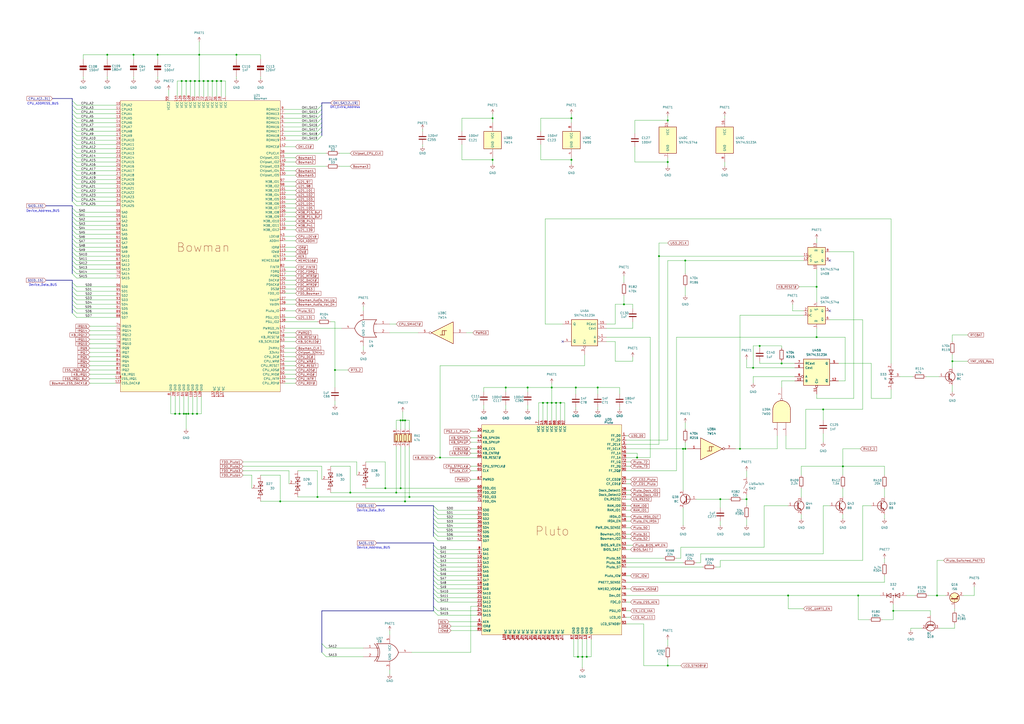
<source format=kicad_sch>
(kicad_sch (version 20250114) (generator "eeschema") (generator_version "9.0")
  (paper "A2")
  (title_block (title "PC110") (company "Recreated by: Ahmad Byagowi"))
  (text "OKI_Extra_Address" (at 200.152 62.23 0) (effects (font (size 1.27 1.27))))
  (text "CPU_ADDRESS_BUS" (at 24.892 60.198 0) (effects (font (size 1.27 1.27))))
  (text "Device_Data_BUS" (at 215.138 296.164 0) (effects (font (size 1.27 1.27))))
  (text "Device_Data_BUS" (at 24.892 165.354 0) (effects (font (size 1.27 1.27))))
  (text "Device_Address_BUS" (at 216.662 317.754 0) (effects (font (size 1.27 1.27))))
  (text "Device_Address_BUS" (at 24.892 122.428 0) (effects (font (size 1.27 1.27))))
  (junction (at 101.6 240.03))
  (junction (at 203.2 285.75))
  (junction (at 137.16 31.75))
  (junction (at 453.39 210.82))
  (junction (at 105.41 46.99))
  (junction (at 62.23 31.75))
  (junction (at 436.88 213.36))
  (junction (at 369.57 265.43))
  (junction (at 232.41 243.84))
  (junction (at 107.95 46.99))
  (junction (at 306.07 224.79))
  (junction (at 488.95 270.51))
  (junction (at 115.57 46.99))
  (junction (at 120.65 46.99))
  (junction (at 382.27 148.59))
  (junction (at 128.27 46.99))
  (junction (at 477.52 237.49))
  (junction (at 396.24 260.35))
  (junction (at 229.87 285.75))
  (junction (at 106.68 240.03))
  (junction (at 320.04 224.79))
  (junction (at 232.41 283.21))
  (junction (at 317.5 233.68))
  (junction (at 397.51 260.35))
  (junction (at 118.11 46.99))
  (junction (at 387.35 386.08))
  (junction (at 331.47 68.58))
  (junction (at 104.14 240.03))
  (junction (at 110.49 46.99))
  (junction (at 473.71 195.58))
  (junction (at 234.95 290.83))
  (junction (at 285.75 68.58))
  (junction (at 285.75 92.71))
  (junction (at 440.69 200.66))
  (junction (at 123.19 46.99))
  (junction (at 293.37 224.79))
  (junction (at 234.95 243.84))
  (junction (at 457.2 345.44))
  (junction (at 497.84 345.44))
  (junction (at 387.35 93.98))
  (junction (at 397.51 151.13))
  (junction (at 125.73 46.99))
  (junction (at 433.07 289.56))
  (junction (at 337.82 381))
  (junction (at 77.47 31.75))
  (junction (at 111.76 240.03))
  (junction (at 109.22 240.03))
  (junction (at 552.45 209.55))
  (junction (at 91.44 31.75))
  (junction (at 429.26 260.35))
  (junction (at 223.52 283.21))
  (junction (at 335.28 381))
  (junction (at 346.71 224.79))
  (junction (at 255.27 265.43))
  (junction (at 107.95 240.03))
  (junction (at 184.15 288.29))
  (junction (at 115.57 31.75))
  (junction (at 361.95 176.53))
  (junction (at 340.36 381))
  (junction (at 320.04 233.68))
  (junction (at 113.03 46.99))
  (junction (at 473.71 166.37))
  (junction (at 114.3 240.03))
  (junction (at 325.12 233.68))
  (junction (at 543.56 345.44))
  (junction (at 237.49 288.29))
  (junction (at 334.01 224.79))
  (junction (at 417.83 289.56))
  (junction (at 518.16 354.33))
  (junction (at 233.68 243.84))
  (junction (at 331.47 92.71))
  (junction (at 314.96 233.68))
  (junction (at 387.35 69.85))
  (junction (at 162.56 290.83))
  (junction (at 194.31 214.63))
  (junction (at 322.58 233.68))
  (no_connect (at 481.33 180.34))
  (no_connect (at 481.33 151.13))
  (no_connect (at 326.39 198.12))
  (bus_entry (at 186.69 71.12) (size -2.54 2.54))
  (bus_entry (at 41.91 71.12) (size 2.54 2.54))
  (bus_entry (at 41.91 111.76) (size 2.54 2.54))
  (bus_entry (at 41.91 148.59) (size 2.54 2.54))
  (bus_entry (at 251.46 323.85) (size 2.54 2.54))
  (bus_entry (at 41.91 128.27) (size 2.54 2.54))
  (bus_entry (at 41.91 176.53) (size 2.54 2.54))
  (bus_entry (at 41.91 76.2) (size 2.54 2.54))
  (bus_entry (at 251.46 316.23) (size 2.54 2.54))
  (bus_entry (at 41.91 73.66) (size 2.54 2.54))
  (bus_entry (at 251.46 339.09) (size 2.54 2.54))
  (bus_entry (at 41.91 96.52) (size 2.54 2.54))
  (bus_entry (at 251.46 331.47) (size 2.54 2.54))
  (bus_entry (at 41.91 93.98) (size 2.54 2.54))
  (bus_entry (at 41.91 83.82) (size 2.54 2.54))
  (bus_entry (at 251.46 306.07) (size 2.54 2.54))
  (bus_entry (at 41.91 143.51) (size 2.54 2.54))
  (bus_entry (at 41.91 114.3) (size 2.54 2.54))
  (bus_entry (at 41.91 58.42) (size 2.54 2.54))
  (bus_entry (at 251.46 341.63) (size 2.54 2.54))
  (bus_entry (at 186.69 76.2) (size -2.54 2.54))
  (bus_entry (at 41.91 130.81) (size 2.54 2.54))
  (bus_entry (at 186.69 73.66) (size -2.54 2.54))
  (bus_entry (at 41.91 123.19) (size 2.54 2.54))
  (bus_entry (at 41.91 168.91) (size 2.54 2.54))
  (bus_entry (at 251.46 336.55) (size 2.54 2.54))
  (bus_entry (at 186.69 373.38) (size 2.54 2.54))
  (bus_entry (at 41.91 151.13) (size 2.54 2.54))
  (bus_entry (at 41.91 66.04) (size 2.54 2.54))
  (bus_entry (at 186.69 78.74) (size -2.54 2.54))
  (bus_entry (at 41.91 116.84) (size 2.54 2.54))
  (bus_entry (at 186.69 60.96) (size -2.54 2.54))
  (bus_entry (at 251.46 295.91) (size 2.54 2.54))
  (bus_entry (at 41.91 81.28) (size 2.54 2.54))
  (bus_entry (at 41.91 86.36) (size 2.54 2.54))
  (bus_entry (at 251.46 308.61) (size 2.54 2.54))
  (bus_entry (at 251.46 344.17) (size 2.54 2.54))
  (bus_entry (at 251.46 311.15) (size 2.54 2.54))
  (bus_entry (at 251.46 326.39) (size 2.54 2.54))
  (bus_entry (at 41.91 99.06) (size 2.54 2.54))
  (bus_entry (at 251.46 334.01) (size 2.54 2.54))
  (bus_entry (at 41.91 153.67) (size 2.54 2.54))
  (bus_entry (at 41.91 109.22) (size 2.54 2.54))
  (bus_entry (at 251.46 303.53) (size 2.54 2.54))
  (bus_entry (at 41.91 163.83) (size 2.54 2.54))
  (bus_entry (at 186.69 63.5) (size -2.54 2.54))
  (bus_entry (at 41.91 60.96) (size 2.54 2.54))
  (bus_entry (at 186.69 68.58) (size -2.54 2.54))
  (bus_entry (at 41.91 138.43) (size 2.54 2.54))
  (bus_entry (at 41.91 181.61) (size 2.54 2.54))
  (bus_entry (at 41.91 171.45) (size 2.54 2.54))
  (bus_entry (at 251.46 346.71) (size 2.54 2.54))
  (bus_entry (at 41.91 91.44) (size 2.54 2.54))
  (bus_entry (at 251.46 354.33) (size 2.54 2.54))
  (bus_entry (at 41.91 135.89) (size 2.54 2.54))
  (bus_entry (at 41.91 63.5) (size 2.54 2.54))
  (bus_entry (at 251.46 298.45) (size 2.54 2.54))
  (bus_entry (at 41.91 125.73) (size 2.54 2.54))
  (bus_entry (at 186.69 66.04) (size -2.54 2.54))
  (bus_entry (at 41.91 146.05) (size 2.54 2.54))
  (bus_entry (at 41.91 68.58) (size 2.54 2.54))
  (bus_entry (at 251.46 351.79) (size 2.54 2.54))
  (bus_entry (at 251.46 318.77) (size 2.54 2.54))
  (bus_entry (at 41.91 120.65) (size 2.54 2.54))
  (bus_entry (at 41.91 88.9) (size 2.54 2.54))
  (bus_entry (at 41.91 78.74) (size 2.54 2.54))
  (bus_entry (at 251.46 321.31) (size 2.54 2.54))
  (bus_entry (at 41.91 166.37) (size 2.54 2.54))
  (bus_entry (at 41.91 104.14) (size 2.54 2.54))
  (bus_entry (at 41.91 106.68) (size 2.54 2.54))
  (bus_entry (at 41.91 156.21) (size 2.54 2.54))
  (bus_entry (at 41.91 140.97) (size 2.54 2.54))
  (bus_entry (at 41.91 101.6) (size 2.54 2.54))
  (bus_entry (at 251.46 328.93) (size 2.54 2.54))
  (bus_entry (at 41.91 173.99) (size 2.54 2.54))
  (bus_entry (at 41.91 158.75) (size 2.54 2.54))
  (bus_entry (at 251.46 293.37) (size 2.54 2.54))
  (bus_entry (at 41.91 133.35) (size 2.54 2.54))
  (bus_entry (at 41.91 179.07) (size 2.54 2.54))
  (bus_entry (at 251.46 300.99) (size 2.54 2.54))
  (bus_entry (at 186.69 378.46) (size 2.54 2.54))
  (wire (pts (xy 273.05 378.46) (xy 273.05 351.79)))
  (wire (pts (xy 543.56 345.44) (xy 543.56 325.12)))
  (wire (pts (xy 273.05 270.51) (xy 276.86 270.51)))
  (wire (pts (xy 363.22 345.44) (xy 457.2 345.44)))
  (wire (pts (xy 552.45 209.55) (xy 552.45 213.36)))
  (wire (pts (xy 363.22 323.85) (xy 384.81 323.85)))
  (wire (pts (xy 254 308.61) (xy 276.86 308.61)))
  (wire (pts (xy 436.88 213.36) (xy 461.01 213.36)))
  (wire (pts (xy 165.1 193.04) (xy 171.45 193.04)))
  (wire (pts (xy 165.1 71.12) (xy 184.15 71.12)))
  (wire (pts (xy 110.49 46.99) (xy 110.49 55.88)))
  (bus (pts (xy 191.77 59.69) (xy 186.69 59.69)))
  (wire (pts (xy 473.71 231.14) (xy 495.3 231.14)))
  (wire (pts (xy 392.43 323.85) (xy 394.97 323.85)))
  (wire (pts (xy 254 334.01) (xy 276.86 334.01)))
  (wire (pts (xy 363.22 255.27) (xy 387.35 255.27)))
  (wire (pts (xy 52.07 196.85) (xy 67.31 196.85)))
  (bus (pts (xy 251.46 293.37) (xy 251.46 295.91)))
  (wire (pts (xy 44.45 123.19) (xy 67.31 123.19)))
  (wire (pts (xy 457.2 345.44) (xy 497.84 345.44)))
  (wire (pts (xy 453.39 220.98) (xy 461.01 220.98)))
  (wire (pts (xy 44.45 116.84) (xy 67.31 116.84)))
  (wire (pts (xy 162.56 290.83) (xy 234.95 290.83)))
  (wire (pts (xy 417.83 289.56) (xy 422.91 289.56)))
  (wire (pts (xy 342.9 370.84) (xy 342.9 381)))
  (wire (pts (xy 165.1 113.03) (xy 171.45 113.03)))
  (wire (pts (xy 488.95 270.51) (xy 488.95 275.59)))
  (bus (pts (xy 251.46 326.39) (xy 251.46 323.85)))
  (wire (pts (xy 335.28 381) (xy 332.74 381)))
  (wire (pts (xy 440.69 200.66) (xy 436.88 200.66)))
  (wire (pts (xy 285.75 66.04) (xy 285.75 68.58)))
  (wire (pts (xy 260.35 360.68) (xy 276.86 360.68)))
  (bus (pts (xy 186.69 76.2) (xy 186.69 73.66)))
  (wire (pts (xy 368.3 77.47) (xy 368.3 69.85)))
  (wire (pts (xy 255.27 212.09) (xy 339.09 212.09)))
  (wire (pts (xy 104.14 240.03) (xy 101.6 240.03)))
  (wire (pts (xy 261.62 365.76) (xy 276.86 365.76)))
  (wire (pts (xy 151.13 31.75) (xy 137.16 31.75)))
  (wire (pts (xy 497.84 345.44) (xy 497.84 359.41)))
  (bus (pts (xy 41.91 143.51) (xy 41.91 140.97)))
  (wire (pts (xy 254 313.69) (xy 276.86 313.69)))
  (wire (pts (xy 429.26 182.88) (xy 429.26 260.35)))
  (wire (pts (xy 165.1 63.5) (xy 184.15 63.5)))
  (wire (pts (xy 518.16 354.33) (xy 518.16 359.41)))
  (wire (pts (xy 255.27 265.43) (xy 252.73 265.43)))
  (wire (pts (xy 62.23 45.72) (xy 62.23 44.45)))
  (wire (pts (xy 369.57 265.43) (xy 377.19 265.43)))
  (wire (pts (xy 106.68 229.87) (xy 106.68 240.03)))
  (wire (pts (xy 254 323.85) (xy 276.86 323.85)))
  (wire (pts (xy 44.45 71.12) (xy 67.31 71.12)))
  (wire (pts (xy 316.23 127) (xy 516.89 127)))
  (bus (pts (xy 186.69 60.96) (xy 186.69 59.69)))
  (wire (pts (xy 91.44 34.29) (xy 91.44 31.75)))
  (wire (pts (xy 504.19 359.41) (xy 497.84 359.41)))
  (wire (pts (xy 167.64 280.67) (xy 167.64 273.05)))
  (wire (pts (xy 165.1 180.34) (xy 171.45 180.34)))
  (wire (pts (xy 539.75 354.33) (xy 518.16 354.33)))
  (wire (pts (xy 105.41 46.99) (xy 102.87 46.99)))
  (wire (pts (xy 165.1 137.16) (xy 171.45 137.16)))
  (wire (pts (xy 270.51 193.04) (xy 274.32 193.04)))
  (wire (pts (xy 387.35 91.44) (xy 387.35 93.98)))
  (wire (pts (xy 537.21 218.44) (xy 544.83 218.44)))
  (wire (pts (xy 165.1 222.25) (xy 171.45 222.25)))
  (wire (pts (xy 52.07 209.55) (xy 67.31 209.55)))
  (wire (pts (xy 62.23 31.75) (xy 77.47 31.75)))
  (wire (pts (xy 44.45 138.43) (xy 67.31 138.43)))
  (wire (pts (xy 123.19 46.99) (xy 120.65 46.99)))
  (wire (pts (xy 397.51 166.37) (xy 397.51 171.45)))
  (bus (pts (xy 251.46 344.17) (xy 251.46 341.63)))
  (bus (pts (xy 41.91 133.35) (xy 41.91 130.81)))
  (wire (pts (xy 293.37 224.79) (xy 306.07 224.79)))
  (wire (pts (xy 406.4 321.31) (xy 477.52 321.31)))
  (bus (pts (xy 41.91 81.28) (xy 41.91 78.74)))
  (wire (pts (xy 52.07 207.01) (xy 67.31 207.01)))
  (wire (pts (xy 273.05 250.19) (xy 276.86 250.19)))
  (bus (pts (xy 41.91 83.82) (xy 41.91 81.28)))
  (wire (pts (xy 363.22 299.72) (xy 365.76 299.72)))
  (bus (pts (xy 218.44 314.96) (xy 251.46 314.96)))
  (wire (pts (xy 477.52 293.37) (xy 481.33 293.37)))
  (wire (pts (xy 44.45 128.27) (xy 67.31 128.27)))
  (wire (pts (xy 44.45 99.06) (xy 67.31 99.06)))
  (wire (pts (xy 403.86 326.39) (xy 406.4 326.39)))
  (wire (pts (xy 363.22 289.56) (xy 365.76 289.56)))
  (wire (pts (xy 254 339.09) (xy 276.86 339.09)))
  (wire (pts (xy 245.11 85.09) (xy 245.11 83.82)))
  (bus (pts (xy 251.46 331.47) (xy 251.46 328.93)))
  (wire (pts (xy 165.1 88.9) (xy 189.23 88.9)))
  (wire (pts (xy 553.72 353.06) (xy 553.72 354.33)))
  (bus (pts (xy 41.91 86.36) (xy 41.91 83.82)))
  (bus (pts (xy 41.91 163.83) (xy 41.91 166.37)))
  (bus (pts (xy 41.91 130.81) (xy 41.91 128.27)))
  (bus (pts (xy 251.46 346.71) (xy 251.46 344.17)))
  (wire (pts (xy 254 306.07) (xy 276.86 306.07)))
  (wire (pts (xy 516.89 127) (xy 516.89 210.82)))
  (bus (pts (xy 41.91 156.21) (xy 41.91 153.67)))
  (bus (pts (xy 251.46 346.71) (xy 251.46 351.79)))
  (wire (pts (xy 44.45 151.13) (xy 67.31 151.13)))
  (wire (pts (xy 430.53 289.56) (xy 433.07 289.56)))
  (wire (pts (xy 165.1 154.94) (xy 171.45 154.94)))
  (wire (pts (xy 377.19 195.58) (xy 351.79 195.58)))
  (bus (pts (xy 251.46 308.61) (xy 251.46 311.15)))
  (wire (pts (xy 48.26 45.72) (xy 48.26 44.45)))
  (wire (pts (xy 48.26 31.75) (xy 62.23 31.75)))
  (wire (pts (xy 363.22 312.42) (xy 365.76 312.42)))
  (wire (pts (xy 325.12 233.68) (xy 325.12 243.84)))
  (wire (pts (xy 237.49 243.84) (xy 234.95 243.84)))
  (wire (pts (xy 544.83 364.49) (xy 553.72 364.49)))
  (wire (pts (xy 44.45 73.66) (xy 67.31 73.66)))
  (wire (pts (xy 433.07 287.02) (xy 433.07 289.56)))
  (wire (pts (xy 44.45 93.98) (xy 67.31 93.98)))
  (wire (pts (xy 488.95 270.51) (xy 488.95 260.35)))
  (wire (pts (xy 165.1 148.59) (xy 171.45 148.59)))
  (wire (pts (xy 464.82 283.21) (xy 464.82 288.29)))
  (wire (pts (xy 44.45 130.81) (xy 67.31 130.81)))
  (bus (pts (xy 186.69 73.66) (xy 186.69 71.12)))
  (wire (pts (xy 165.1 207.01) (xy 171.45 207.01)))
  (wire (pts (xy 184.15 288.29) (xy 237.49 288.29)))
  (wire (pts (xy 273.05 278.13) (xy 276.86 278.13)))
  (wire (pts (xy 488.95 288.29) (xy 488.95 283.21)))
  (wire (pts (xy 426.72 260.35) (xy 429.26 260.35)))
  (wire (pts (xy 273.05 254) (xy 276.86 254)))
  (wire (pts (xy 363.22 280.67) (xy 365.76 280.67)))
  (wire (pts (xy 165.1 101.6) (xy 171.45 101.6)))
  (wire (pts (xy 466.09 180.34) (xy 459.74 180.34)))
  (wire (pts (xy 488.95 300.99) (xy 488.95 298.45)))
  (wire (pts (xy 293.37 227.33) (xy 293.37 224.79)))
  (wire (pts (xy 184.15 273.05) (xy 172.72 273.05)))
  (wire (pts (xy 165.1 212.09) (xy 171.45 212.09)))
  (bus (pts (xy 41.91 111.76) (xy 41.91 109.22)))
  (wire (pts (xy 327.66 243.84) (xy 327.66 233.68)))
  (wire (pts (xy 538.48 345.44) (xy 543.56 345.44)))
  (wire (pts (xy 101.6 229.87) (xy 101.6 240.03)))
  (wire (pts (xy 464.82 300.99) (xy 464.82 298.45)))
  (wire (pts (xy 440.69 210.82) (xy 440.69 209.55)))
  (wire (pts (xy 165.1 105.41) (xy 171.45 105.41)))
  (wire (pts (xy 363.22 349.25) (xy 365.76 349.25)))
  (wire (pts (xy 226.06 391.16) (xy 226.06 388.62)))
  (wire (pts (xy 363.22 328.93) (xy 407.67 328.93)))
  (wire (pts (xy 146.05 283.21) (xy 146.05 275.59)))
  (wire (pts (xy 337.82 381) (xy 340.36 381)))
  (bus (pts (xy 41.91 158.75) (xy 41.91 156.21)))
  (bus (pts (xy 41.91 106.68) (xy 41.91 104.14)))
  (wire (pts (xy 52.07 191.77) (xy 67.31 191.77)))
  (wire (pts (xy 363.22 358.14) (xy 365.76 358.14)))
  (wire (pts (xy 114.3 240.03) (xy 111.76 240.03)))
  (bus (pts (xy 41.91 101.6) (xy 41.91 99.06)))
  (wire (pts (xy 453.39 200.66) (xy 440.69 200.66)))
  (wire (pts (xy 306.07 234.95) (xy 306.07 237.49)))
  (bus (pts (xy 41.91 128.27) (xy 41.91 125.73)))
  (wire (pts (xy 285.75 92.71) (xy 285.75 95.25)))
  (wire (pts (xy 280.67 224.79) (xy 293.37 224.79)))
  (wire (pts (xy 140.97 273.05) (xy 167.64 273.05)))
  (wire (pts (xy 165.1 214.63) (xy 171.45 214.63)))
  (wire (pts (xy 500.38 293.37) (xy 505.46 293.37)))
  (wire (pts (xy 397.51 260.35) (xy 398.78 260.35)))
  (bus (pts (xy 251.46 298.45) (xy 251.46 300.99)))
  (wire (pts (xy 203.2 285.75) (xy 229.87 285.75)))
  (bus (pts (xy 41.91 168.91) (xy 41.91 171.45)))
  (wire (pts (xy 44.45 173.99) (xy 67.31 173.99)))
  (wire (pts (xy 488.95 270.51) (xy 513.08 270.51)))
  (wire (pts (xy 565.15 345.44) (xy 558.8 345.44)))
  (wire (pts (xy 226.06 193.04) (xy 242.57 193.04)))
  (wire (pts (xy 415.29 328.93) (xy 417.83 328.93)))
  (wire (pts (xy 223.52 267.97) (xy 212.09 267.97)))
  (wire (pts (xy 382.27 148.59) (xy 466.09 148.59)))
  (wire (pts (xy 346.71 237.49) (xy 346.71 236.22)))
  (bus (pts (xy 41.91 114.3) (xy 41.91 111.76)))
  (wire (pts (xy 369.57 262.89) (xy 369.57 265.43)))
  (wire (pts (xy 52.07 222.25) (xy 67.31 222.25)))
  (wire (pts (xy 165.1 162.56) (xy 171.45 162.56)))
  (wire (pts (xy 440.69 200.66) (xy 440.69 201.93)))
  (wire (pts (xy 340.36 381) (xy 342.9 381)))
  (wire (pts (xy 116.84 240.03) (xy 114.3 240.03)))
  (bus (pts (xy 41.91 99.06) (xy 41.91 96.52)))
  (wire (pts (xy 403.86 289.56) (xy 417.83 289.56)))
  (wire (pts (xy 334.01 237.49) (xy 334.01 236.22)))
  (wire (pts (xy 255.27 212.09) (xy 255.27 265.43)))
  (wire (pts (xy 165.1 143.51) (xy 171.45 143.51)))
  (wire (pts (xy 207.01 267.97) (xy 207.01 275.59)))
  (bus (pts (xy 251.46 328.93) (xy 251.46 326.39)))
  (wire (pts (xy 440.69 210.82) (xy 453.39 210.82)))
  (wire (pts (xy 261.62 363.22) (xy 276.86 363.22)))
  (wire (pts (xy 433.07 289.56) (xy 433.07 293.37)))
  (wire (pts (xy 317.5 233.68) (xy 317.5 243.84)))
  (wire (pts (xy 165.1 186.69) (xy 184.15 186.69)))
  (bus (pts (xy 41.91 109.22) (xy 41.91 106.68)))
  (wire (pts (xy 44.45 109.22) (xy 67.31 109.22)))
  (wire (pts (xy 363.22 278.13) (xy 365.76 278.13)))
  (wire (pts (xy 223.52 283.21) (xy 223.52 267.97)))
  (bus (pts (xy 186.69 373.38) (xy 186.69 378.46)))
  (wire (pts (xy 382.27 257.81) (xy 382.27 148.59)))
  (wire (pts (xy 109.22 240.03) (xy 107.95 240.03)))
  (wire (pts (xy 367.03 207.01) (xy 367.03 209.55)))
  (wire (pts (xy 165.1 160.02) (xy 171.45 160.02)))
  (wire (pts (xy 334.01 224.79) (xy 334.01 228.6)))
  (wire (pts (xy 254 303.53) (xy 276.86 303.53)))
  (wire (pts (xy 368.3 93.98) (xy 387.35 93.98)))
  (bus (pts (xy 186.69 71.12) (xy 186.69 68.58)))
  (wire (pts (xy 110.49 46.99) (xy 113.03 46.99)))
  (wire (pts (xy 162.56 290.83) (xy 162.56 275.59)))
  (wire (pts (xy 453.39 224.79) (xy 453.39 220.98)))
  (wire (pts (xy 115.57 46.99) (xy 115.57 55.88)))
  (bus (pts (xy 41.91 116.84) (xy 41.91 114.3)))
  (wire (pts (xy 477.52 237.49) (xy 500.38 237.49)))
  (wire (pts (xy 191.77 285.75) (xy 203.2 285.75)))
  (bus (pts (xy 41.91 179.07) (xy 41.91 181.61)))
  (wire (pts (xy 363.22 337.82) (xy 513.08 337.82)))
  (wire (pts (xy 417.83 302.26) (xy 417.83 304.8)))
  (wire (pts (xy 151.13 290.83) (xy 162.56 290.83)))
  (wire (pts (xy 387.35 69.85) (xy 387.35 71.12)))
  (wire (pts (xy 314.96 233.68) (xy 312.42 233.68)))
  (wire (pts (xy 186.69 278.13) (xy 186.69 270.51)))
  (wire (pts (xy 165.1 170.18) (xy 171.45 170.18)))
  (wire (pts (xy 363.22 309.88) (xy 365.76 309.88)))
  (wire (pts (xy 44.45 184.15) (xy 67.31 184.15)))
  (wire (pts (xy 477.52 321.31) (xy 477.52 293.37)))
  (wire (pts (xy 457.2 353.06) (xy 457.2 345.44)))
  (wire (pts (xy 165.1 176.53) (xy 171.45 176.53)))
  (wire (pts (xy 518.16 350.52) (xy 518.16 354.33)))
  (wire (pts (xy 529.59 218.44) (xy 521.97 218.44)))
  (wire (pts (xy 52.07 201.93) (xy 67.31 201.93)))
  (wire (pts (xy 165.1 93.98) (xy 171.45 93.98)))
  (wire (pts (xy 387.35 370.84) (xy 387.35 374.65)))
  (bus (pts (xy 41.91 166.37) (xy 41.91 168.91)))
  (wire (pts (xy 44.45 88.9) (xy 67.31 88.9)))
  (wire (pts (xy 44.45 179.07) (xy 67.31 179.07)))
  (wire (pts (xy 171.45 184.15) (xy 165.1 184.15)))
  (wire (pts (xy 52.07 194.31) (xy 67.31 194.31)))
  (wire (pts (xy 44.45 66.04) (xy 67.31 66.04)))
  (wire (pts (xy 107.95 240.03) (xy 107.95 248.92)))
  (wire (pts (xy 151.13 34.29) (xy 151.13 31.75)))
  (wire (pts (xy 453.39 209.55) (xy 453.39 210.82)))
  (bus (pts (xy 251.46 336.55) (xy 251.46 334.01)))
  (wire (pts (xy 165.1 125.73) (xy 171.45 125.73)))
  (wire (pts (xy 234.95 243.84) (xy 233.68 243.84)))
  (wire (pts (xy 102.87 46.99) (xy 102.87 55.88)))
  (bus (pts (xy 41.91 140.97) (xy 41.91 138.43)))
  (wire (pts (xy 397.51 151.13) (xy 397.51 158.75)))
  (wire (pts (xy 420.37 67.31) (xy 420.37 68.58)))
  (wire (pts (xy 397.51 151.13) (xy 466.09 151.13)))
  (wire (pts (xy 229.87 285.75) (xy 276.86 285.75)))
  (bus (pts (xy 41.91 153.67) (xy 41.91 151.13)))
  (wire (pts (xy 77.47 34.29) (xy 77.47 31.75)))
  (bus (pts (xy 26.67 119.38) (xy 41.91 119.38)))
  (wire (pts (xy 254 346.71) (xy 276.86 346.71)))
  (wire (pts (xy 477.52 251.46) (xy 477.52 256.54)))
  (bus (pts (xy 41.91 123.19) (xy 41.91 120.65)))
  (wire (pts (xy 397.51 245.11) (xy 397.51 248.92)))
  (wire (pts (xy 361.95 171.45) (xy 361.95 176.53)))
  (wire (pts (xy 101.6 240.03) (xy 99.06 240.03)))
  (wire (pts (xy 109.22 229.87) (xy 109.22 240.03)))
  (wire (pts (xy 184.15 288.29) (xy 184.15 273.05)))
  (wire (pts (xy 165.1 78.74) (xy 184.15 78.74)))
  (wire (pts (xy 473.71 228.6) (xy 473.71 231.14)))
  (wire (pts (xy 203.2 270.51) (xy 191.77 270.51)))
  (wire (pts (xy 367.03 190.5) (xy 367.03 186.69)))
  (bus (pts (xy 30.48 57.15) (xy 41.91 57.15)))
  (wire (pts (xy 351.79 190.5) (xy 367.03 190.5)))
  (bus (pts (xy 41.91 176.53) (xy 41.91 179.07)))
  (wire (pts (xy 361.95 176.53) (xy 367.03 176.53)))
  (wire (pts (xy 417.83 325.12) (xy 500.38 325.12)))
  (wire (pts (xy 387.35 255.27) (xy 387.35 151.13)))
  (bus (pts (xy 41.91 148.59) (xy 41.91 146.05)))
  (wire (pts (xy 52.07 214.63) (xy 67.31 214.63)))
  (wire (pts (xy 392.43 273.05) (xy 392.43 195.58)))
  (wire (pts (xy 189.23 381) (xy 210.82 381)))
  (bus (pts (xy 251.46 354.33) (xy 251.46 351.79)))
  (wire (pts (xy 44.45 181.61) (xy 67.31 181.61)))
  (wire (pts (xy 255.27 265.43) (xy 276.86 265.43)))
  (wire (pts (xy 356.87 209.55) (xy 356.87 198.12)))
  (wire (pts (xy 368.3 69.85) (xy 387.35 69.85)))
  (wire (pts (xy 513.08 270.51) (xy 513.08 275.59)))
  (wire (pts (xy 359.41 224.79) (xy 359.41 228.6)))
  (wire (pts (xy 356.87 187.96) (xy 356.87 176.53)))
  (wire (pts (xy 254 354.33) (xy 276.86 354.33)))
  (wire (pts (xy 361.95 160.02) (xy 361.95 163.83)))
  (wire (pts (xy 473.71 156.21) (xy 473.71 166.37)))
  (wire (pts (xy 254 349.25) (xy 276.86 349.25)))
  (wire (pts (xy 229.87 259.08) (xy 229.87 285.75)))
  (wire (pts (xy 513.08 334.01) (xy 513.08 337.82)))
  (bus (pts (xy 41.91 71.12) (xy 41.91 68.58)))
  (wire (pts (xy 233.68 243.84) (xy 232.41 243.84)))
  (wire (pts (xy 359.41 237.49) (xy 359.41 236.22)))
  (wire (pts (xy 267.97 92.71) (xy 267.97 83.82)))
  (wire (pts (xy 387.35 67.31) (xy 387.35 69.85)))
  (bus (pts (xy 41.91 63.5) (xy 41.91 60.96)))
  (wire (pts (xy 473.71 195.58) (xy 473.71 190.5)))
  (wire (pts (xy 165.1 195.58) (xy 171.45 195.58)))
  (wire (pts (xy 363.22 318.77) (xy 365.76 318.77)))
  (wire (pts (xy 120.65 46.99) (xy 120.65 55.88)))
  (bus (pts (xy 26.67 162.56) (xy 41.91 162.56)))
  (bus (pts (xy 251.46 306.07) (xy 251.46 308.61)))
  (wire (pts (xy 273.05 260.35) (xy 276.86 260.35)))
  (wire (pts (xy 97.79 52.07) (xy 97.79 55.88)))
  (wire (pts (xy 125.73 46.99) (xy 123.19 46.99)))
  (wire (pts (xy 104.14 229.87) (xy 104.14 240.03)))
  (wire (pts (xy 490.22 195.58) (xy 473.71 195.58)))
  (wire (pts (xy 387.35 151.13) (xy 397.51 151.13)))
  (wire (pts (xy 464.82 270.51) (xy 488.95 270.51)))
  (wire (pts (xy 363.22 252.73) (xy 364.49 252.73)))
  (bus (pts (xy 41.91 138.43) (xy 41.91 135.89)))
  (wire (pts (xy 486.41 220.98) (xy 490.22 220.98)))
  (wire (pts (xy 314.96 233.68) (xy 314.96 243.84)))
  (wire (pts (xy 203.2 285.75) (xy 203.2 270.51)))
  (wire (pts (xy 453.39 201.93) (xy 453.39 200.66)))
  (wire (pts (xy 229.87 243.84) (xy 229.87 248.92)))
  (wire (pts (xy 340.36 370.84) (xy 340.36 381)))
  (wire (pts (xy 137.16 45.72) (xy 137.16 44.45)))
  (wire (pts (xy 165.1 133.35) (xy 171.45 133.35)))
  (bus (pts (xy 186.69 354.33) (xy 251.46 354.33)))
  (wire (pts (xy 107.95 240.03) (xy 106.68 240.03)))
  (wire (pts (xy 331.47 66.04) (xy 331.47 68.58)))
  (wire (pts (xy 363.22 287.02) (xy 365.76 287.02)))
  (wire (pts (xy 322.58 233.68) (xy 320.04 233.68)))
  (wire (pts (xy 165.1 107.95) (xy 171.45 107.95)))
  (wire (pts (xy 417.83 294.64) (xy 417.83 289.56)))
  (bus (pts (xy 41.91 162.56) (xy 41.91 163.83)))
  (wire (pts (xy 473.71 166.37) (xy 473.71 175.26)))
  (wire (pts (xy 165.1 219.71) (xy 171.45 219.71)))
  (bus (pts (xy 41.91 68.58) (xy 41.91 66.04)))
  (wire (pts (xy 467.36 237.49) (xy 477.52 237.49)))
  (wire (pts (xy 165.1 120.65) (xy 171.45 120.65)))
  (wire (pts (xy 337.82 381) (xy 335.28 381)))
  (wire (pts (xy 165.1 118.11) (xy 171.45 118.11)))
  (bus (pts (xy 41.91 146.05) (xy 41.91 143.51)))
  (wire (pts (xy 115.57 31.75) (xy 115.57 46.99)))
  (wire (pts (xy 473.71 138.43) (xy 473.71 140.97)))
  (wire (pts (xy 363.22 257.81) (xy 382.27 257.81)))
  (wire (pts (xy 513.08 283.21) (xy 513.08 288.29)))
  (wire (pts (xy 280.67 227.33) (xy 280.67 224.79)))
  (wire (pts (xy 331.47 91.44) (xy 331.47 92.71)))
  (wire (pts (xy 254 298.45) (xy 276.86 298.45)))
  (wire (pts (xy 363.22 262.89) (xy 369.57 262.89)))
  (wire (pts (xy 137.16 34.29) (xy 137.16 31.75)))
  (wire (pts (xy 44.45 63.5) (xy 67.31 63.5)))
  (wire (pts (xy 420.37 93.98) (xy 420.37 96.52)))
  (bus (pts (xy 251.46 300.99) (xy 251.46 303.53)))
  (wire (pts (xy 48.26 34.29) (xy 48.26 31.75)))
  (wire (pts (xy 363.22 270.51) (xy 365.76 270.51)))
  (wire (pts (xy 237.49 288.29) (xy 276.86 288.29)))
  (wire (pts (xy 44.45 171.45) (xy 67.31 171.45)))
  (wire (pts (xy 436.88 218.44) (xy 436.88 222.25)))
  (wire (pts (xy 128.27 46.99) (xy 125.73 46.99)))
  (wire (pts (xy 212.09 283.21) (xy 223.52 283.21)))
  (wire (pts (xy 44.45 106.68) (xy 67.31 106.68)))
  (wire (pts (xy 363.22 267.97) (xy 365.76 267.97)))
  (wire (pts (xy 44.45 156.21) (xy 67.31 156.21)))
  (wire (pts (xy 394.97 317.5) (xy 443.23 317.5)))
  (wire (pts (xy 331.47 68.58) (xy 313.69 68.58)))
  (wire (pts (xy 267.97 68.58) (xy 267.97 76.2)))
  (wire (pts (xy 137.16 31.75) (xy 115.57 31.75)))
  (wire (pts (xy 306.07 224.79) (xy 306.07 227.33)))
  (wire (pts (xy 313.69 68.58) (xy 313.69 76.2)))
  (wire (pts (xy 44.45 153.67) (xy 67.31 153.67)))
  (wire (pts (xy 114.3 229.87) (xy 114.3 240.03)))
  (wire (pts (xy 363.22 260.35) (xy 396.24 260.35)))
  (wire (pts (xy 500.38 185.42) (xy 500.38 237.49)))
  (wire (pts (xy 210.82 177.8) (xy 210.82 180.34)))
  (wire (pts (xy 273.05 262.89) (xy 276.86 262.89)))
  (bus (pts (xy 41.91 96.52) (xy 41.91 93.98)))
  (wire (pts (xy 44.45 60.96) (xy 67.31 60.96)))
  (wire (pts (xy 495.3 231.14) (xy 495.3 146.05)))
  (wire (pts (xy 52.07 204.47) (xy 67.31 204.47)))
  (wire (pts (xy 433.07 213.36) (xy 436.88 213.36)))
  (wire (pts (xy 306.07 224.79) (xy 320.04 224.79)))
  (wire (pts (xy 553.72 364.49) (xy 553.72 361.95)))
  (wire (pts (xy 516.89 231.14) (xy 516.89 226.06)))
  (wire (pts (xy 273.05 351.79) (xy 276.86 351.79)))
  (wire (pts (xy 392.43 195.58) (xy 473.71 195.58)))
  (wire (pts (xy 44.45 83.82) (xy 67.31 83.82)))
  (wire (pts (xy 107.95 46.99) (xy 105.41 46.99)))
  (wire (pts (xy 125.73 46.99) (xy 125.73 55.88)))
  (bus (pts (xy 251.46 318.77) (xy 251.46 316.23)))
  (wire (pts (xy 107.95 46.99) (xy 107.95 55.88)))
  (wire (pts (xy 497.84 345.44) (xy 510.54 345.44)))
  (wire (pts (xy 254 336.55) (xy 276.86 336.55)))
  (wire (pts (xy 552.45 198.12) (xy 552.45 194.31)))
  (wire (pts (xy 397.51 256.54) (xy 397.51 260.35)))
  (wire (pts (xy 331.47 92.71) (xy 331.47 95.25)))
  (wire (pts (xy 165.1 173.99) (xy 171.45 173.99)))
  (wire (pts (xy 254 344.17) (xy 276.86 344.17)))
  (wire (pts (xy 165.1 85.09) (xy 171.45 85.09)))
  (bus (pts (xy 186.69 78.74) (xy 186.69 76.2)))
  (wire (pts (xy 254 328.93) (xy 276.86 328.93)))
  (wire (pts (xy 481.33 185.42) (xy 500.38 185.42)))
  (wire (pts (xy 363.22 273.05) (xy 392.43 273.05)))
  (wire (pts (xy 165.1 165.1) (xy 171.45 165.1)))
  (wire (pts (xy 363.22 361.95) (xy 373.38 361.95)))
  (wire (pts (xy 273.05 256.54) (xy 276.86 256.54)))
  (bus (pts (xy 41.91 78.74) (xy 41.91 76.2)))
  (wire (pts (xy 450.85 252.73) (xy 450.85 260.35)))
  (wire (pts (xy 317.5 233.68) (xy 314.96 233.68)))
  (wire (pts (xy 237.49 248.92) (xy 237.49 243.84)))
  (wire (pts (xy 44.45 158.75) (xy 67.31 158.75)))
  (wire (pts (xy 511.81 359.41) (xy 518.16 359.41)))
  (wire (pts (xy 373.38 386.08) (xy 387.35 386.08)))
  (bus (pts (xy 41.91 125.73) (xy 41.91 123.19)))
  (wire (pts (xy 459.74 180.34) (xy 459.74 176.53)))
  (wire (pts (xy 325.12 233.68) (xy 322.58 233.68)))
  (wire (pts (xy 165.1 66.04) (xy 184.15 66.04)))
  (wire (pts (xy 396.24 294.64) (xy 396.24 304.8)))
  (wire (pts (xy 91.44 31.75) (xy 115.57 31.75)))
  (wire (pts (xy 254 341.63) (xy 276.86 341.63)))
  (wire (pts (xy 44.45 148.59) (xy 67.31 148.59)))
  (bus (pts (xy 41.91 171.45) (xy 41.91 173.99)))
  (wire (pts (xy 356.87 176.53) (xy 361.95 176.53)))
  (wire (pts (xy 120.65 46.99) (xy 118.11 46.99)))
  (wire (pts (xy 234.95 243.84) (xy 234.95 248.92)))
  (wire (pts (xy 367.03 209.55) (xy 356.87 209.55)))
  (wire (pts (xy 165.1 157.48) (xy 171.45 157.48)))
  (wire (pts (xy 417.83 328.93) (xy 417.83 325.12)))
  (wire (pts (xy 443.23 317.5) (xy 443.23 293.37)))
  (wire (pts (xy 363.22 265.43) (xy 369.57 265.43)))
  (wire (pts (xy 382.27 148.59) (xy 382.27 140.97)))
  (wire (pts (xy 140.97 275.59) (xy 146.05 275.59)))
  (wire (pts (xy 433.07 300.99) (xy 433.07 304.8)))
  (wire (pts (xy 115.57 46.99) (xy 113.03 46.99)))
  (wire (pts (xy 107.95 46.99) (xy 110.49 46.99)))
  (wire (pts (xy 118.11 46.99) (xy 115.57 46.99)))
  (wire (pts (xy 273.05 273.05) (xy 276.86 273.05)))
  (wire (pts (xy 455.93 252.73) (xy 455.93 260.35)))
  (bus (pts (xy 251.46 341.63) (xy 251.46 339.09)))
  (wire (pts (xy 320.04 222.25) (xy 320.04 224.79)))
  (wire (pts (xy 464.82 275.59) (xy 464.82 270.51)))
  (bus (pts (xy 41.91 135.89) (xy 41.91 133.35)))
  (bus (pts (xy 41.91 93.98) (xy 41.91 91.44)))
  (bus (pts (xy 186.69 68.58) (xy 186.69 66.04)))
  (wire (pts (xy 140.97 270.51) (xy 186.69 270.51)))
  (wire (pts (xy 234.95 259.08) (xy 234.95 290.83)))
  (wire (pts (xy 189.23 375.92) (xy 210.82 375.92)))
  (wire (pts (xy 322.58 233.68) (xy 322.58 243.84)))
  (wire (pts (xy 52.07 189.23) (xy 67.31 189.23)))
  (wire (pts (xy 254 326.39) (xy 276.86 326.39)))
  (wire (pts (xy 313.69 92.71) (xy 313.69 83.82)))
  (wire (pts (xy 351.79 187.96) (xy 356.87 187.96)))
  (wire (pts (xy 165.1 115.57) (xy 171.45 115.57)))
  (wire (pts (xy 165.1 96.52) (xy 189.23 96.52)))
  (wire (pts (xy 115.57 24.13) (xy 115.57 31.75)))
  (wire (pts (xy 165.1 190.5) (xy 198.12 190.5)))
  (wire (pts (xy 52.07 219.71) (xy 67.31 219.71)))
  (wire (pts (xy 44.45 111.76) (xy 67.31 111.76)))
  (wire (pts (xy 226.06 187.96) (xy 229.87 187.96)))
  (wire (pts (xy 433.07 273.05) (xy 433.07 276.86)))
  (wire (pts (xy 130.81 55.88) (xy 130.81 46.99)))
  (wire (pts (xy 254 300.99) (xy 276.86 300.99)))
  (wire (pts (xy 237.49 259.08) (xy 237.49 288.29)))
  (wire (pts (xy 232.41 283.21) (xy 276.86 283.21)))
  (wire (pts (xy 245.11 74.93) (xy 245.11 76.2)))
  (wire (pts (xy 356.87 198.12) (xy 351.79 198.12)))
  (wire (pts (xy 165.1 68.58) (xy 184.15 68.58)))
  (wire (pts (xy 316.23 187.96) (xy 316.23 127)))
  (wire (pts (xy 99.06 240.03) (xy 99.06 229.87)))
  (wire (pts (xy 77.47 45.72) (xy 77.47 44.45)))
  (wire (pts (xy 232.41 243.84) (xy 229.87 243.84)))
  (wire (pts (xy 534.67 364.49) (xy 528.32 364.49)))
  (wire (pts (xy 194.31 186.69) (xy 191.77 186.69)))
  (wire (pts (xy 461.01 218.44) (xy 436.88 218.44)))
  (wire (pts (xy 238.76 378.46) (xy 273.05 378.46)))
  (wire (pts (xy 387.35 382.27) (xy 387.35 386.08)))
  (bus (pts (xy 41.91 173.99) (xy 41.91 176.53)))
  (wire (pts (xy 151.13 45.72) (xy 151.13 44.45)))
  (wire (pts (xy 285.75 68.58) (xy 267.97 68.58)))
  (wire (pts (xy 128.27 46.99) (xy 128.27 55.88)))
  (wire (pts (xy 335.28 370.84) (xy 335.28 381)))
  (wire (pts (xy 226.06 365.76) (xy 226.06 368.3)))
  (wire (pts (xy 254 321.31) (xy 276.86 321.31)))
  (wire (pts (xy 359.41 224.79) (xy 346.71 224.79)))
  (wire (pts (xy 463.55 166.37) (xy 473.71 166.37)))
  (wire (pts (xy 44.45 76.2) (xy 67.31 76.2)))
  (wire (pts (xy 106.68 240.03) (xy 104.14 240.03)))
  (bus (pts (xy 41.91 60.96) (xy 41.91 58.42)))
  (wire (pts (xy 368.3 85.09) (xy 368.3 93.98)))
  (wire (pts (xy 513.08 323.85) (xy 513.08 326.39)))
  (wire (pts (xy 44.45 143.51) (xy 67.31 143.51)))
  (wire (pts (xy 52.07 217.17) (xy 67.31 217.17)))
  (wire (pts (xy 44.45 125.73) (xy 67.31 125.73)))
  (wire (pts (xy 254 311.15) (xy 276.86 311.15)))
  (wire (pts (xy 52.07 212.09) (xy 67.31 212.09)))
  (wire (pts (xy 490.22 220.98) (xy 490.22 195.58)))
  (wire (pts (xy 453.39 210.82) (xy 461.01 210.82)))
  (wire (pts (xy 394.97 323.85) (xy 394.97 317.5)))
  (bus (pts (xy 41.91 76.2) (xy 41.91 73.66)))
  (wire (pts (xy 254 295.91) (xy 276.86 295.91)))
  (wire (pts (xy 285.75 92.71) (xy 267.97 92.71)))
  (wire (pts (xy 516.89 231.14) (xy 505.46 231.14)))
  (wire (pts (xy 339.09 212.09) (xy 339.09 205.74)))
  (wire (pts (xy 105.41 46.99) (xy 105.41 55.88)))
  (wire (pts (xy 44.45 81.28) (xy 67.31 81.28)))
  (wire (pts (xy 467.36 260.35) (xy 467.36 237.49)))
  (wire (pts (xy 165.1 198.12) (xy 171.45 198.12)))
  (wire (pts (xy 194.31 186.69) (xy 194.31 214.63)))
  (wire (pts (xy 165.1 151.13) (xy 171.45 151.13)))
  (wire (pts (xy 232.41 259.08) (xy 232.41 283.21)))
  (wire (pts (xy 505.46 231.14) (xy 505.46 210.82)))
  (wire (pts (xy 320.04 233.68) (xy 317.5 233.68)))
  (wire (pts (xy 123.19 46.99) (xy 123.19 55.88)))
  (wire (pts (xy 285.75 91.44) (xy 285.75 92.71)))
  (wire (pts (xy 367.03 176.53) (xy 367.03 179.07)))
  (wire (pts (xy 44.45 101.6) (xy 67.31 101.6)))
  (bus (pts (xy 251.46 323.85) (xy 251.46 321.31)))
  (bus (pts (xy 41.91 58.42) (xy 41.91 57.15)))
  (wire (pts (xy 233.68 238.76) (xy 233.68 243.84)))
  (wire (pts (xy 543.56 345.44) (xy 548.64 345.44)))
  (wire (pts (xy 44.45 78.74) (xy 67.31 78.74)))
  (wire (pts (xy 165.1 139.7) (xy 171.45 139.7)))
  (wire (pts (xy 363.22 354.33) (xy 365.76 354.33)))
  (wire (pts (xy 254 356.87) (xy 276.86 356.87)))
  (wire (pts (xy 165.1 91.44) (xy 171.45 91.44)))
  (bus (pts (xy 251.46 321.31) (xy 251.46 318.77)))
  (wire (pts (xy 488.95 260.35) (xy 499.11 260.35)))
  (wire (pts (xy 113.03 46.99) (xy 113.03 55.88)))
  (wire (pts (xy 433.07 208.28) (xy 433.07 213.36)))
  (wire (pts (xy 363.22 334.01) (xy 365.76 334.01)))
  (wire (pts (xy 77.47 31.75) (xy 91.44 31.75)))
  (wire (pts (xy 223.52 283.21) (xy 232.41 283.21)))
  (wire (pts (xy 513.08 300.99) (xy 513.08 298.45)))
  (wire (pts (xy 450.85 260.35) (xy 429.26 260.35)))
  (wire (pts (xy 552.45 205.74) (xy 552.45 209.55)))
  (bus (pts (xy 251.46 303.53) (xy 251.46 306.07)))
  (wire (pts (xy 363.22 326.39) (xy 396.24 326.39)))
  (wire (pts (xy 44.45 104.14) (xy 67.31 104.14)))
  (wire (pts (xy 165.1 110.49) (xy 171.45 110.49)))
  (wire (pts (xy 165.1 217.17) (xy 171.45 217.17)))
  (wire (pts (xy 196.85 96.52) (xy 203.2 96.52)))
  (wire (pts (xy 44.45 96.52) (xy 67.31 96.52)))
  (wire (pts (xy 363.22 306.07) (xy 365.76 306.07)))
  (wire (pts (xy 382.27 140.97) (xy 387.35 140.97)))
  (wire (pts (xy 363.22 302.26) (xy 365.76 302.26)))
  (bus (pts (xy 41.91 73.66) (xy 41.91 71.12)))
  (wire (pts (xy 331.47 68.58) (xy 331.47 71.12)))
  (wire (pts (xy 455.93 260.35) (xy 467.36 260.35)))
  (wire (pts (xy 406.4 326.39) (xy 406.4 321.31)))
  (wire (pts (xy 165.1 76.2) (xy 184.15 76.2)))
  (wire (pts (xy 196.85 88.9) (xy 203.2 88.9)))
  (wire (pts (xy 363.22 284.48) (xy 365.76 284.48)))
  (wire (pts (xy 165.1 123.19) (xy 171.45 123.19)))
  (bus (pts (xy 218.44 293.37) (xy 251.46 293.37)))
  (wire (pts (xy 543.56 325.12) (xy 547.37 325.12)))
  (wire (pts (xy 165.1 128.27) (xy 171.45 128.27)))
  (wire (pts (xy 466.09 353.06) (xy 457.2 353.06)))
  (wire (pts (xy 44.45 135.89) (xy 67.31 135.89)))
  (wire (pts (xy 165.1 167.64) (xy 171.45 167.64)))
  (wire (pts (xy 466.09 182.88) (xy 429.26 182.88)))
  (wire (pts (xy 44.45 161.29) (xy 67.31 161.29)))
  (wire (pts (xy 234.95 290.83) (xy 276.86 290.83)))
  (wire (pts (xy 387.35 93.98) (xy 387.35 96.52)))
  (wire (pts (xy 285.75 68.58) (xy 285.75 71.12)))
  (wire (pts (xy 210.82 200.66) (xy 210.82 203.2)))
  (wire (pts (xy 525.78 345.44) (xy 530.86 345.44)))
  (wire (pts (xy 443.23 293.37) (xy 457.2 293.37)))
  (wire (pts (xy 44.45 133.35) (xy 67.31 133.35)))
  (wire (pts (xy 363.22 293.37) (xy 365.76 293.37)))
  (wire (pts (xy 232.41 243.84) (xy 232.41 248.92)))
  (wire (pts (xy 326.39 187.96) (xy 316.23 187.96)))
  (bus (pts (xy 186.69 354.33) (xy 186.69 373.38)))
  (wire (pts (xy 44.45 140.97) (xy 67.31 140.97)))
  (wire (pts (xy 373.38 361.95) (xy 373.38 386.08)))
  (wire (pts (xy 194.31 214.63) (xy 194.31 224.79)))
  (wire (pts (xy 44.45 68.58) (xy 67.31 68.58)))
  (wire (pts (xy 396.24 260.35) (xy 396.24 284.48)))
  (wire (pts (xy 332.74 381) (xy 332.74 370.84)))
  (wire (pts (xy 44.45 176.53) (xy 67.31 176.53)))
  (wire (pts (xy 346.71 224.79) (xy 334.01 224.79)))
  (wire (pts (xy 552.45 194.31) (xy 561.34 194.31)))
  (wire (pts (xy 165.1 146.05) (xy 171.45 146.05)))
  (wire (pts (xy 346.71 224.79) (xy 346.71 228.6)))
  (bus (pts (xy 41.91 91.44) (xy 41.91 88.9)))
  (wire (pts (xy 477.52 243.84) (xy 477.52 237.49)))
  (wire (pts (xy 528.32 364.49) (xy 528.32 365.76)))
  (wire (pts (xy 552.45 223.52) (xy 552.45 227.33)))
  (wire (pts (xy 505.46 210.82) (xy 486.41 210.82)))
  (bus (pts (xy 41.91 151.13) (xy 41.91 148.59)))
  (wire (pts (xy 162.56 275.59) (xy 151.13 275.59)))
  (wire (pts (xy 387.35 386.08) (xy 394.97 386.08)))
  (wire (pts (xy 111.76 240.03) (xy 109.22 240.03)))
  (bus (pts (xy 41.91 88.9) (xy 41.91 86.36)))
  (wire (pts (xy 363.22 316.23) (xy 367.03 316.23)))
  (wire (pts (xy 254 318.77) (xy 276.86 318.77)))
  (wire (pts (xy 140.97 267.97) (xy 207.01 267.97)))
  (bus (pts (xy 186.69 63.5) (xy 186.69 60.96)))
  (wire (pts (xy 44.45 114.3) (xy 67.31 114.3)))
  (wire (pts (xy 111.76 229.87) (xy 111.76 240.03)))
  (wire (pts (xy 165.1 81.28) (xy 184.15 81.28)))
  (wire (pts (xy 44.45 119.38) (xy 67.31 119.38)))
  (wire (pts (xy 165.1 73.66) (xy 184.15 73.66)))
  (wire (pts (xy 500.38 325.12) (xy 500.38 293.37)))
  (wire (pts (xy 116.84 229.87) (xy 116.84 240.03)))
  (wire (pts (xy 165.1 209.55) (xy 171.45 209.55)))
  (wire (pts (xy 312.42 233.68) (xy 312.42 243.84)))
  (wire (pts (xy 320.04 224.79) (xy 334.01 224.79)))
  (bus (pts (xy 251.46 316.23) (xy 251.46 314.96)))
  (wire (pts (xy 436.88 200.66) (xy 436.88 213.36)))
  (wire (pts (xy 337.82 370.84) (xy 337.82 381)))
  (bus (pts (xy 41.91 120.65) (xy 41.91 119.38)))
  (wire (pts (xy 165.1 99.06) (xy 171.45 99.06)))
  (wire (pts (xy 172.72 288.29) (xy 184.15 288.29)))
  (wire (pts (xy 165.1 204.47) (xy 171.45 204.47)))
  (wire (pts (xy 539.75 356.87) (xy 539.75 354.33)))
  (wire (pts (xy 254 331.47) (xy 276.86 331.47)))
  (bus (pts (xy 251.46 334.01) (xy 251.46 331.47)))
  (bus (pts (xy 186.69 66.04) (xy 186.69 63.5)))
  (wire (pts (xy 280.67 234.95) (xy 280.67 237.49)))
  (wire (pts (xy 495.3 146.05) (xy 481.33 146.05)))
  (wire (pts (xy 91.44 45.72) (xy 91.44 44.45)))
  (wire (pts (xy 44.45 91.44) (xy 67.31 91.44)))
  (wire (pts (xy 331.47 92.71) (xy 313.69 92.71)))
  (wire (pts (xy 44.45 86.36) (xy 67.31 86.36)))
  (wire (pts (xy 363.22 295.91) (xy 365.76 295.91)))
  (wire (pts (xy 44.45 146.05) (xy 67.31 146.05)))
  (wire (pts (xy 165.1 130.81) (xy 171.45 130.81)))
  (wire (pts (xy 552.45 209.55) (xy 561.34 209.55)))
  (wire (pts (xy 396.24 260.35) (xy 397.51 260.35)))
  (wire (pts (xy 363.22 341.63) (xy 365.76 341.63)))
  (wire (pts (xy 194.31 232.41) (xy 194.31 234.95)))
  (wire (pts (xy 165.1 201.93) (xy 171.45 201.93)))
  (wire (pts (xy 130.81 46.99) (xy 128.27 46.99)))
  (wire (pts (xy 44.45 166.37) (xy 67.31 166.37)))
  (wire (pts (xy 337.82 381) (xy 337.82 387.35)))
  (wire (pts (xy 44.45 168.91) (xy 67.31 168.91)))
  (bus (pts (xy 251.46 339.09) (xy 251.46 336.55)))
  (bus (pts (xy 41.91 66.04) (xy 41.91 63.5)))
  (wire (pts (xy 320.04 233.68) (xy 320.04 243.84)))
  (wire (pts (xy 565.15 340.36) (xy 565.15 345.44)))
  (wire (pts (xy 320.04 224.79) (xy 320.04 233.68)))
  (wire (pts (xy 62.23 31.75) (xy 62.23 34.29)))
  (wire (pts (xy 52.07 199.39) (xy 67.31 199.39)))
  (bus (pts (xy 251.46 295.91) (xy 251.46 298.45)))
  (wire (pts (xy 201.93 214.63) (xy 194.31 214.63)))
  (bus (pts (xy 41.91 104.14) (xy 41.91 101.6)))
  (wire (pts (xy 118.11 46.99) (xy 118.11 55.88)))
  (wire (pts (xy 293.37 234.95) (xy 293.37 237.49)))
  (wire (pts (xy 327.66 233.68) (xy 325.12 233.68)))
  (wire (pts (xy 377.19 265.43) (xy 377.19 195.58)))
  (label "SD2" (at 53.34 171.45 180))
  (label "OKI_SA18" (at 184.15 78.74 180))
  (label "SA10" (at 255.27 344.17 0))
  (label "CPU_A17" (at 46.99 99.06 0))
  (label "SA12" (at 255.27 349.25 0))
  (label "CPU_A15" (at 46.99 93.98 0))
  (label "SA11" (at 45.72 151.13 0))
  (label "OKI_SA19" (at 184.15 81.28 180))
  (label "SD1" (at 262.89 298.45 180))
  (label "SA12" (at 45.72 153.67 0))
  (label "SA7" (at 45.72 140.97 0))
  (label "CPU_A16" (at 46.99 96.52 0))
  (label "CPU_A24" (at 46.99 116.84 0))
  (label "SA0" (at 255.27 318.77 0))
  (label "SA10" (at 45.72 148.59 0))
  (label "CPU_A6" (at 46.99 71.12 0))
  (label "SA14" (at 255.27 354.33 0))
  (label "SA13" (at 190.5 381 0))
  (label "SA9" (at 45.72 146.05 0))
  (label "SA6" (at 255.27 334.01 0))
  (label "OKI_SA12" (at 184.15 63.5 180))
  (label "SD3" (at 262.89 303.53 180))
  (label "SD5" (at 53.1751 179.07 180))
  (label "CPU_A20" (at 46.99 106.68 0))
  (label "CPU_A23" (at 46.99 114.3 0))
  (label "OKI_SA16" (at 184.15 73.66 180))
  (label "SD7" (at 53.34 184.15 180))
  (label "SD6" (at 262.89 311.15 180))
  (label "SD5" (at 262.7251 308.61 180))
  (label "CPU_A10" (at 46.99 81.28 0))
  (label "CPU_A18" (at 46.99 101.6 0))
  (label "CPU_A7" (at 46.99 73.66 0))
  (label "SA4" (at 255.27 328.93 0))
  (label "SD4" (at 53.34 176.53 180))
  (label "SA14" (at 45.72 158.75 0))
  (label "CPU_A3" (at 46.99 63.5 0))
  (label "CPU_A13" (at 46.99 88.9 0))
  (label "SA1" (at 255.27 321.31 0))
  (label "SA11" (at 255.27 346.71 0))
  (label "CPU_A22" (at 46.99 111.76 0))
  (label "SA15" (at 45.72 161.29 0))
  (label "CPU_A2" (at 46.99 60.96 0))
  (label "SA8" (at 45.72 143.51 0))
  (label "CPU_A11" (at 46.99 83.82 0))
  (label "CPU_A8" (at 46.99 76.2 0))
  (label "SA7" (at 255.27 336.55 0))
  (label "SA3" (at 255.27 326.39 0))
  (label "SA1" (at 45.72 125.73 0))
  (label "SA2" (at 255.27 323.85 0))
  (label "OKI_SA13" (at 184.15 66.04 180))
  (label "SA9" (at 255.27 341.63 0))
  (label "SD1" (at 53.34 168.91 180))
  (label "SA5" (at 255.27 331.47 0))
  (label "SD7" (at 262.89 313.69 180))
  (label "CPU_A9" (at 46.99 78.74 0))
  (label "SA2" (at 45.72 128.27 0))
  (label "CPU_A5" (at 46.99 68.58 0))
  (label "CPU_A19" (at 46.99 104.14 0))
  (label "SA4" (at 45.72 133.35 0))
  (label "OKI_SA14" (at 184.15 68.58 180))
  (label "SA3" (at 45.72 130.81 0))
  (label "CPU_A25" (at 46.99 119.38 0))
  (label "SA6" (at 45.72 138.43 0))
  (label "SD2" (at 262.89 300.99 180))
  (label "SA8" (at 255.27 339.09 0))
  (label "SA0" (at 45.72 123.19 0))
  (label "CPU_A21" (at 46.99 109.22 0))
  (label "SA5" (at 45.72 135.89 0))
  (label "OKI_SA17" (at 184.15 76.2 180))
  (label "SD0" (at 53.34 166.37 180))
  (label "SA15" (at 255.27 356.87 0))
  (label "SD0" (at 262.89 295.91 180))
  (label "CPU_A14" (at 46.99 91.44 0))
  (label "SA12" (at 190.5 375.92 0))
  (label "SA13" (at 45.72 156.21 0))
  (label "OKI_SA15" (at 184.15 71.12 180))
  (label "SD3" (at 53.34 173.99 180))
  (label "SD4" (at 262.89 306.07 180))
  (label "SD6" (at 53.34 181.61 180))
  (label "CPU_A4" (at 46.99 66.04 0))
  (label "CPU_A12" (at 46.99 86.36 0))
  (global_label "Pluto_51" (shape input) (at 365.76 309.88 0) (property "Intersheetrefs" "${INTERSHEET_REFS}" (effects (hide yes))))
  (global_label "Chipset_32KHz" (shape input) (at 171.45 204.47 0) (property "Intersheetrefs" "${INTERSHEET_REFS}" (effects (hide yes))))
  (global_label "BIOS_SA17" (shape input) (at 365.76 318.77 0) (property "Intersheetrefs" "${INTERSHEET_REFS}" (effects (hide yes))))
  (global_label "M38_P41" (shape input) (at 171.45 130.81 0) (property "Intersheetrefs" "${INTERSHEET_REFS}" (effects (hide yes))))
  (global_label "EN_LCD_VAA" (shape input) (at 365.76 354.33 0) (property "Intersheetrefs" "${INTERSHEET_REFS}" (effects (hide yes))))
  (global_label "Pluto_ESS_AEN" (shape input) (at 365.76 349.25 0) (property "Intersheetrefs" "${INTERSHEET_REFS}" (effects (hide yes))))
  (global_label "IOR#" (shape input) (at 261.62 363.22 180) (property "Intersheetrefs" "${INTERSHEET_REFS}" (effects (hide yes))))
  (global_label "Pluto_72" (shape input) (at 365.76 267.97 0) (property "Intersheetrefs" "${INTERSHEET_REFS}" (effects (hide yes))))
  (global_label "SA[0..15]" (shape input) (at 26.67 119.38 180) (property "Intersheetrefs" "${INTERSHEET_REFS}" (effects (hide yes))))
  (global_label "RTCBAT" (shape input) (at 561.34 194.31 0) (property "Intersheetrefs" "${INTERSHEET_REFS}" (effects (hide yes))))
  (global_label "Bowman4" (shape input) (at 171.45 99.06 0) (property "Intersheetrefs" "${INTERSHEET_REFS}" (effects (hide yes))))
  (global_label "Pluto_50" (shape input) (at 365.76 306.07 0) (property "Intersheetrefs" "${INTERSHEET_REFS}" (effects (hide yes))))
  (global_label "ESS_IRQ1_Buf" (shape input) (at 52.07 219.71 180) (property "Intersheetrefs" "${INTERSHEET_REFS}" (effects (hide yes))))
  (global_label "U21_139" (shape input) (at 171.45 133.35 0) (property "Intersheetrefs" "${INTERSHEET_REFS}" (effects (hide yes))))
  (global_label "U21_98" (shape input) (at 171.45 107.95 0) (property "Intersheetrefs" "${INTERSHEET_REFS}" (effects (hide yes))))
  (global_label "U21_131" (shape input) (at 171.45 184.15 0) (property "Intersheetrefs" "${INTERSHEET_REFS}" (effects (hide yes))))
  (global_label "IRQ15" (shape input) (at 52.07 189.23 180) (property "Intersheetrefs" "${INTERSHEET_REFS}" (effects (hide yes))))
  (global_label "LCD_STNDBY#" (shape input) (at 394.97 386.08 0) (property "Intersheetrefs" "${INTERSHEET_REFS}" (effects (hide yes))))
  (global_label "U21_101" (shape input) (at 171.45 110.49 0) (property "Intersheetrefs" "${INTERSHEET_REFS}" (effects (hide yes))))
  (global_label "KB_RESET#" (shape input) (at 252.73 265.43 180) (property "Intersheetrefs" "${INTERSHEET_REFS}" (effects (hide yes))))
  (global_label "FDC_FDRQ" (shape input) (at 171.45 157.48 0) (property "Intersheetrefs" "${INTERSHEET_REFS}" (effects (hide yes))))
  (global_label "CPU_STPCLK#" (shape input) (at 273.05 270.51 180) (property "Intersheetrefs" "${INTERSHEET_REFS}" (effects (hide yes))))
  (global_label "SD[0..15]" (shape input) (at 26.67 162.56 180) (property "Intersheetrefs" "${INTERSHEET_REFS}" (effects (hide yes))))
  (global_label "M38_P43" (shape input) (at 171.45 128.27 0) (property "Intersheetrefs" "${INTERSHEET_REFS}" (effects (hide yes))))
  (global_label "PS2_L1_Pluto" (shape input) (at 273.05 250.19 180) (property "Intersheetrefs" "${INTERSHEET_REFS}" (effects (hide yes))))
  (global_label "CF_CD1_Pluto" (shape input) (at 365.76 280.67 0) (property "Intersheetrefs" "${INTERSHEET_REFS}" (effects (hide yes))))
  (global_label "KB_SPKDN" (shape input) (at 273.05 254 180) (property "Intersheetrefs" "${INTERSHEET_REFS}" (effects (hide yes))))
  (global_label "U53_2CLK" (shape input) (at 387.35 140.97 0) (property "Intersheetrefs" "${INTERSHEET_REFS}" (effects (hide yes))))
  (global_label "SD[0..15]" (shape input) (at 218.44 293.37 180) (property "Intersheetrefs" "${INTERSHEET_REFS}" (effects (hide yes))))
  (global_label "FDD_Pluto1" (shape input) (at 140.97 267.97 180) (property "Intersheetrefs" "${INTERSHEET_REFS}" (effects (hide yes))))
  (global_label "Pluto_Switched_PNET5" (shape input) (at 547.37 325.12 0) (property "Intersheetrefs" "${INTERSHEET_REFS}" (effects (hide yes))))
  (global_label "U21_103" (shape input) (at 171.45 115.57 0) (property "Intersheetrefs" "${INTERSHEET_REFS}" (effects (hide yes))))
  (global_label "IRQ5" (shape input) (at 52.07 207.01 180) (property "Intersheetrefs" "${INTERSHEET_REFS}" (effects (hide yes))))
  (global_label "U21_102" (shape input) (at 171.45 113.03 0) (property "Intersheetrefs" "${INTERSHEET_REFS}" (effects (hide yes))))
  (global_label "Bowman5" (shape input) (at 171.45 101.6 0) (property "Intersheetrefs" "${INTERSHEET_REFS}" (effects (hide yes))))
  (global_label "Pluto_Dock_IO1" (shape input) (at 365.76 284.48 0) (property "Intersheetrefs" "${INTERSHEET_REFS}" (effects (hide yes))))
  (global_label "CPU_RESET" (shape input) (at 171.45 212.09 0) (property "Intersheetrefs" "${INTERSHEET_REFS}" (effects (hide yes))))
  (global_label "CPU_DC#" (shape input) (at 171.45 207.01 0) (property "Intersheetrefs" "${INTERSHEET_REFS}" (effects (hide yes))))
  (global_label "AEN" (shape input) (at 260.35 360.68 180) (property "Intersheetrefs" "${INTERSHEET_REFS}" (effects (hide yes))))
  (global_label "CPU_SMIACT#" (shape input) (at 229.87 187.96 0) (property "Intersheetrefs" "${INTERSHEET_REFS}" (effects (hide yes))))
  (global_label "IRQ9" (shape input) (at 52.07 201.93 180) (property "Intersheetrefs" "${INTERSHEET_REFS}" (effects (hide yes))))
  (global_label "CPU_RDY#" (shape input) (at 171.45 222.25 0) (property "Intersheetrefs" "${INTERSHEET_REFS}" (effects (hide yes))))
  (global_label "U21_104" (shape input) (at 171.45 118.11 0) (property "Intersheetrefs" "${INTERSHEET_REFS}" (effects (hide yes))))
  (global_label "Pluto_IRDA_OUT" (shape input) (at 365.76 299.72 0) (property "Intersheetrefs" "${INTERSHEET_REFS}" (effects (hide yes))))
  (global_label "AEN" (shape input) (at 171.45 148.59 0) (property "Intersheetrefs" "${INTERSHEET_REFS}" (effects (hide yes))))
  (global_label "KB_IRQ12" (shape input) (at 52.07 194.31 180) (property "Intersheetrefs" "${INTERSHEET_REFS}" (effects (hide yes))))
  (global_label "RAM_ID1" (shape input) (at 365.76 295.91 0) (property "Intersheetrefs" "${INTERSHEET_REFS}" (effects (hide yes))))
  (global_label "FDD_Pluto2" (shape input) (at 140.97 270.51 180) (property "Intersheetrefs" "${INTERSHEET_REFS}" (effects (hide yes))))
  (global_label "IRQ3" (shape input) (at 52.07 212.09 180) (property "Intersheetrefs" "${INTERSHEET_REFS}" (effects (hide yes))))
  (global_label "KB_RESET#" (shape input) (at 463.55 166.37 180) (property "Intersheetrefs" "${INTERSHEET_REFS}" (effects (hide yes))))
  (global_label "IOW#" (shape input) (at 171.45 146.05 0) (property "Intersheetrefs" "${INTERSHEET_REFS}" (effects (hide yes))))
  (global_label "M38_P14_Buf" (shape input) (at 171.45 125.73 0) (property "Intersheetrefs" "${INTERSHEET_REFS}" (effects (hide yes))))
  (global_label "Pluto_51" (shape input) (at 171.45 180.34 0) (property "Intersheetrefs" "${INTERSHEET_REFS}" (effects (hide yes))))
  (global_label "CPU_LDEV#" (shape input) (at 171.45 137.16 0) (property "Intersheetrefs" "${INTERSHEET_REFS}" (effects (hide yes))))
  (global_label "VGA_ADDHI" (shape input) (at 171.45 139.7 0) (property "Intersheetrefs" "${INTERSHEET_REFS}" (effects (hide yes))))
  (global_label "FDC_FINTR" (shape input) (at 171.45 154.94 0) (property "Intersheetrefs" "${INTERSHEET_REFS}" (effects (hide yes))))
  (global_label "PWRGD" (shape input) (at 273.05 278.13 180) (property "Intersheetrefs" "${INTERSHEET_REFS}" (effects (hide yes))))
  (global_label "FDC_DS3" (shape input) (at 171.45 167.64 0) (property "Intersheetrefs" "${INTERSHEET_REFS}" (effects (hide yes))))
  (global_label "Bowman_Audio_Vol_Dn" (shape input) (at 171.45 176.53 0) (property "Intersheetrefs" "${INTERSHEET_REFS}" (effects (hide yes))))
  (global_label "Bowman_ESS_DACK1#" (shape input) (at 52.07 222.25 180) (property "Intersheetrefs" "${INTERSHEET_REFS}" (effects (hide yes))))
  (global_label "Bowman2" (shape input) (at 171.45 93.98 0) (property "Intersheetrefs" "${INTERSHEET_REFS}" (effects (hide yes))))
  (global_label "R412_1" (shape input) (at 499.11 260.35 0) (property "Intersheetrefs" "${INTERSHEET_REFS}" (effects (hide yes))))
  (global_label "KB_CNTR#" (shape input) (at 273.05 262.89 180) (property "Intersheetrefs" "${INTERSHEET_REFS}" (effects (hide yes))))
  (global_label "U21_97" (shape input) (at 171.45 105.41 0) (property "Intersheetrefs" "${INTERSHEET_REFS}" (effects (hide yes))))
  (global_label "FDC_DACK#" (shape input) (at 171.45 162.56 0) (property "Intersheetrefs" "${INTERSHEET_REFS}" (effects (hide yes))))
  (global_label "MEMCS16#" (shape input) (at 171.45 151.13 0) (property "Intersheetrefs" "${INTERSHEET_REFS}" (effects (hide yes))))
  (global_label "M38_P15_Buf" (shape input) (at 171.45 123.19 0) (property "Intersheetrefs" "${INTERSHEET_REFS}" (effects (hide yes))))
  (global_label "KBCCS#" (shape input) (at 273.05 260.35 180) (property "Intersheetrefs" "${INTERSHEET_REFS}" (effects (hide yes))))
  (global_label "PWRGD" (shape input) (at 274.32 193.04 0) (property "Intersheetrefs" "${INTERSHEET_REFS}" (effects (hide yes))))
  (global_label "IOR#" (shape input) (at 171.45 143.51 0) (property "Intersheetrefs" "${INTERSHEET_REFS}" (effects (hide yes))))
  (global_label "FDD_Pluto4" (shape input) (at 140.97 275.59 180) (property "Intersheetrefs" "${INTERSHEET_REFS}" (effects (hide yes))))
  (global_label "KB_IRQ1" (shape input) (at 52.07 217.17 180) (property "Intersheetrefs" "${INTERSHEET_REFS}" (effects (hide yes))))
  (global_label "ESS_IRQ2_Buf" (shape input) (at 52.07 214.63 180) (property "Intersheetrefs" "${INTERSHEET_REFS}" (effects (hide yes))))
  (global_label "FDC_MTR2#" (shape input) (at 171.45 165.1 0) (property "Intersheetrefs" "${INTERSHEET_REFS}" (effects (hide yes))))
  (global_label "CF_CD2_Pluto" (shape input) (at 365.76 278.13 0) (property "Intersheetrefs" "${INTERSHEET_REFS}" (effects (hide yes))))
  (global_label "IRQ4" (shape input) (at 52.07 209.55 180) (property "Intersheetrefs" "${INTERSHEET_REFS}" (effects (hide yes))))
  (global_label "CPU_WR#" (shape input) (at 171.45 209.55 0) (property "Intersheetrefs" "${INTERSHEET_REFS}" (effects (hide yes))))
  (global_label "YMF_VSS_Res" (shape input) (at 561.34 209.55 0) (property "Intersheetrefs" "${INTERSHEET_REFS}" (effects (hide yes))))
  (global_label "Bowman1" (shape input) (at 171.45 91.44 0) (property "Intersheetrefs" "${INTERSHEET_REFS}" (effects (hide yes))))
  (global_label "Bowman_CLK" (shape input) (at 171.45 201.93 0) (property "Intersheetrefs" "${INTERSHEET_REFS}" (effects (hide yes))))
  (global_label "Pluto_73" (shape input) (at 365.76 270.51 0) (property "Intersheetrefs" "${INTERSHEET_REFS}" (effects (hide yes))))
  (global_label "FDD_Pluto3" (shape input) (at 140.97 273.05 180) (property "Intersheetrefs" "${INTERSHEET_REFS}" (effects (hide yes))))
  (global_label "IRQ7" (shape input) (at 52.07 204.47 180) (property "Intersheetrefs" "${INTERSHEET_REFS}" (effects (hide yes))))
  (global_label "IRQ10" (shape input) (at 52.07 199.39 180) (property "Intersheetrefs" "${INTERSHEET_REFS}" (effects (hide yes))))
  (global_label "SA[0..15]" (shape input) (at 218.44 314.96 180) (property "Intersheetrefs" "${INTERSHEET_REFS}" (effects (hide yes))))
  (global_label "IOW#" (shape input) (at 261.62 365.76 180) (property "Intersheetrefs" "${INTERSHEET_REFS}" (effects (hide yes))))
  (global_label "OKI_SA[12..19]" (shape input) (at 191.77 59.69 0) (property "Intersheetrefs" "${INTERSHEET_REFS}" (effects (hide yes))))
  (global_label "FDC_MTR3#" (shape input) (at 171.45 160.02 0) (property "Intersheetrefs" "${INTERSHEET_REFS}" (effects (hide yes))))
  (global_label "Pluto_52" (shape input) (at 365.76 312.42 0) (property "Intersheetrefs" "${INTERSHEET_REFS}" (effects (hide yes))))
  (global_label "KB_SCRLED#" (shape input) (at 171.45 198.12 0) (property "Intersheetrefs" "${INTERSHEET_REFS}" (effects (hide yes))))
  (global_label "U21_105" (shape input) (at 171.45 120.65 0) (property "Intersheetrefs" "${INTERSHEET_REFS}" (effects (hide yes))))
  (global_label "CPU_MIO#" (shape input) (at 171.45 217.17 0) (property "Intersheetrefs" "${INTERSHEET_REFS}" (effects (hide yes))))
  (global_label "Bowman3" (shape input) (at 203.2 96.52 0) (property "Intersheetrefs" "${INTERSHEET_REFS}" (effects (hide yes))))
  (global_label "R73_2" (shape input) (at 201.93 214.63 0) (property "Intersheetrefs" "${INTERSHEET_REFS}" (effects (hide yes))))
  (global_label "Pluto_Dock_IO2" (shape input) (at 365.76 287.02 0) (property "Intersheetrefs" "${INTERSHEET_REFS}" (effects (hide yes))))
  (global_label "Pluto_EN_IRDA" (shape input) (at 365.76 302.26 0) (property "Intersheetrefs" "${INTERSHEET_REFS}" (effects (hide yes))))
  (global_label "KB_RESET#" (shape input) (at 171.45 195.58 0) (property "Intersheetrefs" "${INTERSHEET_REFS}" (effects (hide yes))))
  (global_label "CPU_A[2..31]" (shape input) (at 30.48 57.15 180) (property "Intersheetrefs" "${INTERSHEET_REFS}" (effects (hide yes))))
  (global_label "Bowman_Audio_Vol_Up" (shape input) (at 171.45 173.99 0) (property "Intersheetrefs" "${INTERSHEET_REFS}" (effects (hide yes))))
  (global_label "FDC_IOW" (shape input) (at 365.76 334.01 0) (property "Intersheetrefs" "${INTERSHEET_REFS}" (effects (hide yes))))
  (global_label "EN_RS232" (shape input) (at 365.76 289.56 0) (property "Intersheetrefs" "${INTERSHEET_REFS}" (effects (hide yes))))
  (global_label "CPU_INTR" (shape input) (at 171.45 219.71 0) (property "Intersheetrefs" "${INTERSHEET_REFS}" (effects (hide yes))))
  (global_label "CPU_ADS#" (shape input) (at 171.45 214.63 0) (property "Intersheetrefs" "${INTERSHEET_REFS}" (effects (hide yes))))
  (global_label "FDD_Bowman" (shape input) (at 171.45 170.18 0) (property "Intersheetrefs" "${INTERSHEET_REFS}" (effects (hide yes))))
  (global_label "Modem_VSDA#" (shape input) (at 365.76 341.63 0) (property "Intersheetrefs" "${INTERSHEET_REFS}" (effects (hide yes))))
  (global_label "Pluto_BIOS_WR_EN" (shape input) (at 367.03 316.23 0) (property "Intersheetrefs" "${INTERSHEET_REFS}" (effects (hide yes))))
  (global_label "RAM_ID0" (shape input) (at 365.76 293.37 0) (property "Intersheetrefs" "${INTERSHEET_REFS}" (effects (hide yes))))
  (global_label "Chipset_CPU_CLK" (shape input) (at 203.2 88.9 0) (property "Intersheetrefs" "${INTERSHEET_REFS}" (effects (hide yes))))
  (global_label "FDC_UART1_EN" (shape input) (at 466.09 353.06 0) (property "Intersheetrefs" "${INTERSHEET_REFS}" (effects (hide yes))))
  (global_label "OKI_CE#" (shape input) (at 171.45 85.09 0) (property "Intersheetrefs" "${INTERSHEET_REFS}" (effects (hide yes))))
  (global_label "KB_SPKUP" (shape input) (at 273.05 256.54 180) (property "Intersheetrefs" "${INTERSHEET_REFS}" (effects (hide yes))))
  (global_label "PWRGD" (shape input) (at 171.45 193.04 0) (property "Intersheetrefs" "${INTERSHEET_REFS}" (effects (hide yes))))
  (global_label "LCD_NC_L11" (shape input) (at 365.76 358.14 0) (property "Intersheetrefs" "${INTERSHEET_REFS}" (effects (hide yes))))
  (global_label "IRQ14" (shape input) (at 52.07 191.77 180) (property "Intersheetrefs" "${INTERSHEET_REFS}" (effects (hide yes))))
  (global_label "U30_D0" (shape input) (at 364.49 252.73 0) (property "Intersheetrefs" "${INTERSHEET_REFS}" (effects (hide yes))))
  (global_label "IRQ11" (shape input) (at 52.07 196.85 180) (property "Intersheetrefs" "${INTERSHEET_REFS}" (effects (hide yes))))
  (global_label "Pluto_CLK" (shape input) (at 273.05 273.05 180) (property "Intersheetrefs" "${INTERSHEET_REFS}" (effects (hide yes))))
  (symbol (lib_id "Device:C") (at 346.71 232.41 180) (unit 1)
    (property "Reference" "C71" (at 351.028 233.426 0))
    (property "Value" "1nF" (at 351.028 231.14 0))
    (property "Footprint" "Capacitor_SMD:C_0402_1005Metric" (effects (hide yes)))
  )
  (symbol (lib_id "power:VCC") (at 331.47 66.04 0) (unit 1)
    (property "Reference" "#PWR0145" (effects (hide yes)))
    (property "Value" "PNET1" (at 331.47 60.96 0))
    (property "Description" "Power symbol creates a global label with name \"VCC\"" (effects (hide yes)))
  )
  (symbol (lib_id "Device:C") (at 359.41 232.41 180) (unit 1)
    (property "Reference" "C74" (at 364.744 233.426 0))
    (property "Value" "180nF" (at 365.506 231.14 0))
    (property "Footprint" "Capacitor_SMD:C_0402_1005Metric" (effects (hide yes)))
  )
  (symbol (lib_id "Device:R") (at 187.96 186.69 90) (unit 1)
    (property "Reference" "R104" (at 187.96 182.372 90))
    (property "Value" "47k" (at 187.706 184.404 90))
    (property "Footprint" "PCM_Resistor_SMD_AKL:R_0402_1005Metric" (effects (hide yes)))
  )
  (symbol (lib_id "power:GND") (at 346.71 237.49 0) (unit 1)
    (property "Reference" "#PWR0626" (effects (hide yes)))
    (property "Value" "GND" (at 346.71 241.3 0))
    (property "Description" "Power symbol creates a global label with name \"GND\" , ground" (effects (hide yes)))
  )
  (symbol (lib_id "PCM_Transistor_BJT_AKL:Q_PNP_Generic_BEC") (at 553.72 347.98 270) (mirror x) (unit 1)
    (property "Reference" "Q16" (at 553.72 339.09 90))
    (property "Value" "IS6" (at 553.72 341.63 90))
    (property "Footprint" "PCM_Package_TO_SOT_SMD_AKL:TSOT-23" (effects (hide yes)))
  )
  (symbol (lib_id "PC110:Pluto") (at 320.04 308.61 0) (unit 1)
    (property "Reference" "U35" (at 351.028 243.332 0) (effects (justify left)))
    (property "Value" "Pluto" (at 350.52 245.11 0) (effects (justify left)))
    (property "Footprint" "PC110:Pluto" (effects (hide yes)))
  )
  (symbol (lib_id "power:GND") (at 137.16 45.72 0) (unit 1)
    (property "Reference" "#PWR0540" (effects (hide yes)))
    (property "Value" "GND" (at 137.16 50.8 0))
    (property "Description" "Power symbol creates a global label with name \"GND\" , ground" (effects (hide yes)))
  )
  (symbol (lib_id "Transistor_BJT:MMBTA44") (at 539.75 361.95 270) (unit 1)
    (property "Reference" "Q18" (at 537.718 369.316 90) (effects (justify left)))
    (property "Value" "8C" (at 537.718 367.538 90) (effects (justify left)))
    (property "Footprint" "Package_TO_SOT_SMD:SOT-416" (effects (hide yes)))
  )
  (symbol (lib_id "power:GND") (at 194.31 234.95 0) (unit 1)
    (property "Reference" "#PWR0586" (effects (hide yes)))
    (property "Value" "GND" (at 194.31 240.03 0))
    (property "Description" "Power symbol creates a global label with name \"GND\" , ground" (effects (hide yes)))
  )
  (symbol (lib_id "PCM_Elektuur:C") (at 77.47 39.37 0) (mirror x) (unit 1)
    (property "Reference" "C64" (at 80.518 38.608 0) (effects (justify left)))
    (property "Value" "1nF" (at 80.772 40.64 0) (effects (justify left)))
    (property "Footprint" "Capacitor_SMD:C_0402_1005Metric" (effects (hide yes)))
  )
  (symbol (lib_id "Device:R") (at 426.72 289.56 270) (unit 1)
    (property "Reference" "R382" (at 426.72 285.242 90))
    (property "Value" "50k" (at 426.72 287.274 90))
    (property "Footprint" "Resistor_SMD:R_0402_1005Metric" (effects (hide yes)))
  )
  (symbol (lib_id "power:VCC") (at 97.79 52.07 0) (unit 1)
    (property "Reference" "#PWR0708" (effects (hide yes)))
    (property "Value" "PNET2" (at 97.79 46.99 0))
    (property "Description" "Power symbol creates a global label with name \"VCC\"" (effects (hide yes)))
  )
  (symbol (lib_id "Device:C") (at 267.97 80.01 0) (mirror y) (unit 1)
    (property "Reference" "C121" (at 271.78 81.2801 0) (effects (justify right)))
    (property "Value" "100nF" (at 271.78 78.7401 0) (effects (justify right)))
    (property "Footprint" "Capacitor_SMD:C_0402_1005Metric" (effects (hide yes)))
  )
  (symbol (lib_id "power:GND") (at 397.51 171.45 0) (unit 1)
    (property "Reference" "#PWR0169" (effects (hide yes)))
    (property "Value" "GND" (at 397.51 176.53 0))
    (property "Description" "Power symbol creates a global label with name \"GND\" , ground" (effects (hide yes)))
  )
  (symbol (lib_id "power:VCC") (at 115.57 24.13 0) (unit 1)
    (property "Reference" "#PWR0136" (effects (hide yes)))
    (property "Value" "PNET1" (at 115.57 19.05 0))
    (property "Description" "Power symbol creates a global label with name \"VCC\"" (effects (hide yes)))
  )
  (symbol (lib_id "Device:R") (at 397.51 162.56 0) (mirror y) (unit 1)
    (property "Reference" "R186" (at 400.05 163.8301 0) (effects (justify right)))
    (property "Value" "470k" (at 400.05 161.2901 0) (effects (justify right)))
    (property "Footprint" "PCM_Resistor_SMD_AKL:R_0402_1005Metric" (effects (hide yes)))
  )
  (symbol (lib_id "Device:D_Dual_Series_KAC") (at 518.16 345.44 0) (mirror y) (unit 1)
    (property "Reference" "D32" (at 518.16 339.09 0))
    (property "Value" "K" (at 518.16 341.63 0))
    (property "Footprint" "PC110:SOT-416L" (effects (hide yes)))
  )
  (symbol (lib_id "power:GND") (at 91.44 45.72 0) (unit 1)
    (property "Reference" "#PWR0538" (effects (hide yes)))
    (property "Value" "GND" (at 91.44 50.8 0))
    (property "Description" "Power symbol creates a global label with name \"GND\" , ground" (effects (hide yes)))
  )
  (symbol (lib_id "power:GND") (at 337.82 387.35 0) (unit 1)
    (property "Reference" "#PWR0144" (effects (hide yes)))
    (property "Value" "GND" (at 337.82 392.43 0))
    (property "Description" "Power symbol creates a global label with name \"GND\" , ground" (effects (hide yes)))
  )
  (symbol (lib_id "Device:R") (at 400.05 326.39 270) (unit 1)
    (property "Reference" "R392" (at 400.05 322.072 90))
    (property "Value" "22k" (at 400.05 324.104 90))
    (property "Footprint" "Resistor_SMD:R_0402_1005Metric" (effects (hide yes)))
  )
  (symbol (lib_id "Device:C") (at 334.01 232.41 180) (unit 1)
    (property "Reference" "C78" (at 338.582 233.426 0))
    (property "Value" "1nF" (at 338.582 231.14 0))
    (property "Footprint" "Capacitor_SMD:C_0402_1005Metric" (effects (hide yes)))
  )
  (symbol (lib_id "Device:R") (at 361.95 167.64 0) (unit 1)
    (property "Reference" "R182" (at 364.49 166.3699 0) (effects (justify left)))
    (property "Value" "470k" (at 364.49 168.9099 0) (effects (justify left)))
    (property "Footprint" "PCM_Resistor_SMD_AKL:R_0402_1005Metric" (effects (hide yes)))
  )
  (symbol (lib_id "Device:R") (at 533.4 218.44 270) (unit 1)
    (property "Reference" "R114" (at 533.4 213.868 90))
    (property "Value" "47k" (at 532.892 216.154 90))
    (property "Footprint" "PCM_Resistor_SMD_AKL:R_0402_1005Metric" (effects (hide yes)))
  )
  (symbol (lib_id "Device:D_Schottky_Dual_CommonCathode_AKA") (at 151.13 283.21 270) (unit 1)
    (property "Reference" "D27" (at 156.21 280.67 90))
    (property "Value" "3D" (at 157.988 283.21 90))
    (property "Footprint" "PC110:3D" (effects (hide yes)))
  )
  (symbol (lib_id "Device:R") (at 508 359.41 270) (unit 1)
    (property "Reference" "R180" (at 508 354.838 90))
    (property "Value" "180k" (at 508 357.124 90))
    (property "Footprint" "PCM_Resistor_SMD_AKL:R_0402_1005Metric" (effects (hide yes)))
  )
  (symbol (lib_id "power:GND") (at 396.24 304.8 0) (unit 1)
    (property "Reference" "#PWR0149" (effects (hide yes)))
    (property "Value" "GND" (at 396.24 309.88 0))
    (property "Description" "Power symbol creates a global label with name \"GND\" , ground" (effects (hide yes)))
  )
  (symbol (lib_id "Device:C") (at 280.67 231.14 0) (unit 1)
    (property "Reference" "C111" (at 275.844 229.87 0))
    (property "Value" "1nF" (at 275.59 231.902 0))
    (property "Footprint" "Capacitor_SMD:C_0402_1005Metric" (effects (hide yes)))
  )
  (symbol (lib_id "power:VCC") (at 285.75 66.04 0) (unit 1)
    (property "Reference" "#PWR0139" (effects (hide yes)))
    (property "Value" "PNET1" (at 285.75 60.96 0))
    (property "Description" "Power symbol creates a global label with name \"VCC\"" (effects (hide yes)))
  )
  (symbol (lib_id "Device:C") (at 367.03 182.88 0) (unit 1)
    (property "Reference" "C130" (at 362.204 181.61 0))
    (property "Value" "1uF" (at 361.95 183.642 0))
    (property "Footprint" "Capacitor_SMD:C_0603_1608Metric" (effects (hide yes)))
  )
  (symbol (lib_id "power:VCC") (at 397.51 245.11 0) (unit 1)
    (property "Reference" "#PWR0143" (effects (hide yes)))
    (property "Value" "PNET1" (at 397.51 240.03 0))
    (property "Description" "Power symbol creates a global label with name \"VCC\"" (effects (hide yes)))
  )
  (symbol (lib_id "Device:R") (at 397.51 252.73 0) (mirror y) (unit 1)
    (property "Reference" "R216" (at 400.05 254.0001 0) (effects (justify right)))
    (property "Value" "470k" (at 400.05 251.4601 0) (effects (justify right)))
    (property "Footprint" "PCM_Resistor_SMD_AKL:R_0402_1005Metric" (effects (hide yes)))
  )
  (symbol (lib_id "power:VCC") (at 420.37 67.31 0) (unit 1)
    (property "Reference" "#PWR0155" (effects (hide yes)))
    (property "Value" "PNET1" (at 420.37 62.23 0))
    (property "Description" "Power symbol creates a global label with name \"VCC\"" (effects (hide yes)))
  )
  (symbol (lib_id "power:VCC") (at 387.35 67.31 0) (unit 1)
    (property "Reference" "#PWR0151" (effects (hide yes)))
    (property "Value" "PNET1" (at 387.35 62.23 0))
    (property "Description" "Power symbol creates a global label with name \"VCC\"" (effects (hide yes)))
  )
  (symbol (lib_id "Device:C") (at 417.83 298.45 0) (mirror x) (unit 1)
    (property "Reference" "C277" (at 413.004 299.72 0))
    (property "Value" "1uF" (at 413.258 297.688 0))
    (property "Footprint" "Capacitor_SMD:C_0603_1608Metric" (effects (hide yes)))
  )
  (symbol (lib_id "PC110:Bowman") (at 115.57 144.78 0) (unit 1)
    (property "Reference" "U21" (at 147.066 55.372 0) (effects (justify left)))
    (property "Value" "Bowman" (at 147.066 57.15 0) (effects (justify left)))
    (property "Footprint" "PC110:Bowman" (effects (hide yes)))
  )
  (symbol (lib_id "Device:R") (at 453.39 205.74 0) (mirror x) (unit 1)
    (property "Reference" "R215" (at 455.93 207.0101 0) (effects (justify left)))
    (property "Value" "470k" (at 455.93 204.4701 0) (effects (justify left)))
    (property "Footprint" "PCM_Resistor_SMD_AKL:R_0402_1005Metric" (effects (hide yes)))
  )
  (symbol (lib_id "Device:D_Schottky_Dual_CommonCathode_AKA") (at 172.72 280.67 270) (unit 1)
    (property "Reference" "D29" (at 177.8 278.13 90))
    (property "Value" "3D" (at 179.578 280.67 90))
    (property "Footprint" "PC110:3D" (effects (hide yes)))
  )
  (symbol (lib_id "power:GND") (at 280.67 237.49 0) (unit 1)
    (property "Reference" "#PWR0161" (effects (hide yes)))
    (property "Value" "GND" (at 280.67 242.57 0))
    (property "Description" "Power symbol creates a global label with name \"GND\" , ground" (effects (hide yes)))
  )
  (symbol (lib_id "power:GND") (at 77.47 45.72 0) (unit 1)
    (property "Reference" "#PWR0539" (effects (hide yes)))
    (property "Value" "GND" (at 77.47 50.8 0))
    (property "Description" "Power symbol creates a global label with name \"GND\" , ground" (effects (hide yes)))
  )
  (symbol (lib_id "power:GND") (at 245.11 85.09 0) (unit 1)
    (property "Reference" "#PWR0678" (effects (hide yes)))
    (property "Value" "GND" (at 245.11 88.9 0))
    (property "Description" "Power symbol creates a global label with name \"GND\" , ground" (effects (hide yes)))
  )
  (symbol (lib_id "power:GND") (at 107.95 248.92 0) (unit 1)
    (property "Reference" "#PWR0141" (effects (hide yes)))
    (property "Value" "GND" (at 107.95 254 0))
    (property "Description" "Power symbol creates a global label with name \"GND\" , ground" (effects (hide yes)))
  )
  (symbol (lib_id "Device:C") (at 245.11 80.01 180) (unit 1)
    (property "Reference" "C255" (at 250.444 81.026 0))
    (property "Value" "120nF" (at 251.206 78.74 0))
    (property "Footprint" "Capacitor_SMD:C_0402_1005Metric" (effects (hide yes)))
  )
  (symbol (lib_id "PCM_Elektuur:C") (at 137.16 39.37 0) (mirror x) (unit 1)
    (property "Reference" "C110" (at 140.208 38.608 0) (effects (justify left)))
    (property "Value" "1nF" (at 140.462 40.64 0) (effects (justify left)))
    (property "Footprint" "Capacitor_SMD:C_0402_1005Metric" (effects (hide yes)))
  )
  (symbol (lib_id "power:VCC") (at 245.11 74.93 0) (unit 1)
    (property "Reference" "#PWR0672" (effects (hide yes)))
    (property "Value" "PNET1" (at 245.11 71.374 0))
    (property "Description" "Power symbol creates a global label with name \"VCC\"" (effects (hide yes)))
  )
  (symbol (lib_id "power:VCC") (at 387.35 370.84 0) (unit 1)
    (property "Reference" "#PWR0163" (effects (hide yes)))
    (property "Value" "PNET1" (at 387.35 365.76 0))
    (property "Description" "Power symbol creates a global label with name \"VCC\"" (effects (hide yes)))
  )
  (symbol (lib_id "Device:R") (at 513.08 330.2 0) (mirror x) (unit 1)
    (property "Reference" "R304" (at 509.016 330.962 0))
    (property "Value" "4.7k" (at 509.016 329.184 0))
    (property "Footprint" "Resistor_SMD:R_0402_1005Metric" (effects (hide yes)))
  )
  (symbol (lib_id "power:GND") (at 433.07 304.8 0) (unit 1)
    (property "Reference" "#PWR0147" (effects (hide yes)))
    (property "Value" "GND" (at 433.07 309.88 0))
    (property "Description" "Power symbol creates a global label with name \"GND\" , ground" (effects (hide yes)))
  )
  (symbol (lib_id "power:VCC") (at 513.08 323.85 0) (unit 1)
    (property "Reference" "#PWR0249" (effects (hide yes)))
    (property "Value" "PNET7" (at 513.08 318.77 0))
    (property "Description" "Power symbol creates a global label with name \"VCC\"" (effects (hide yes)))
  )
  (symbol (lib_id "Device:C") (at 194.31 228.6 0) (mirror x) (unit 1)
    (property "Reference" "C66" (at 189.484 229.87 0))
    (property "Value" "1uF" (at 189.23 227.838 0))
    (property "Footprint" "Capacitor_SMD:C_0603_1608Metric" (effects (hide yes)))
  )
  (symbol (lib_id "power:GND") (at 210.82 203.2 0) (unit 1)
    (property "Reference" "#PWR0137" (effects (hide yes)))
    (property "Value" "GND" (at 210.82 208.28 0))
    (property "Description" "Power symbol creates a global label with name \"GND\" , ground" (effects (hide yes)))
  )
  (symbol (lib_id "power:VCC") (at 233.68 238.76 0) (unit 1)
    (property "Reference" "#PWR0227" (effects (hide yes)))
    (property "Value" "PNET7" (at 233.68 233.68 0))
    (property "Description" "Power symbol creates a global label with name \"VCC\"" (effects (hide yes)))
  )
  (symbol (lib_id "Device:R") (at 464.82 279.4 0) (unit 1)
    (property "Reference" "R409" (at 460.756 278.638 0))
    (property "Value" "2.2k" (at 460.756 280.416 0))
    (property "Footprint" "Resistor_SMD:R_0402_1005Metric" (effects (hide yes)))
  )
  (symbol (lib_id "74xx:74HC123") (at 339.09 193.04 0) (mirror y) (unit 1)
    (property "Reference" "U45" (at 339.09 180.34 0))
    (property "Value" "SN74LS123A" (at 339.09 182.88 0))
    (property "Footprint" "Package_SO:TSSOP-16_4.4x5mm_P0.65mm" (effects (hide yes)))
  )
  (symbol (lib_id "power:GND") (at 151.13 45.72 0) (unit 1)
    (property "Reference" "#PWR0541" (effects (hide yes)))
    (property "Value" "GND" (at 151.13 50.8 0))
    (property "Description" "Power symbol creates a global label with name \"GND\" , ground" (effects (hide yes)))
  )
  (symbol (lib_id "power:VCC") (at 361.95 160.02 0) (unit 1)
    (property "Reference" "#PWR0166" (effects (hide yes)))
    (property "Value" "PNET1" (at 361.95 154.94 0))
    (property "Description" "Power symbol creates a global label with name \"VCC\"" (effects (hide yes)))
  )
  (symbol (lib_id "Device:C") (at 440.69 205.74 180) (unit 1)
    (property "Reference" "C140" (at 444.5 204.4699 0) (effects (justify right)))
    (property "Value" "1uF" (at 444.5 207.0099 0) (effects (justify right)))
    (property "Footprint" "Capacitor_SMD:C_0603_1608Metric" (effects (hide yes)))
  )
  (symbol (lib_id "Device:R") (at 411.48 328.93 270) (unit 1)
    (property "Reference" "R399" (at 411.48 324.612 90))
    (property "Value" "22k" (at 411.48 326.644 90))
    (property "Footprint" "Resistor_SMD:R_0402_1005Metric" (effects (hide yes)))
  )
  (symbol (lib_id "Transistor_BJT:MMBTA44") (at 549.91 218.44 0) (unit 1)
    (property "Reference" "Q14" (at 554.99 217.1699 0) (effects (justify left)))
    (property "Value" "8C" (at 554.99 219.7099 0) (effects (justify left)))
    (property "Footprint" "Package_TO_SOT_SMD:SOT-416" (effects (hide yes)))
  )
  (symbol (lib_id "power:GND") (at 285.75 95.25 0) (unit 1)
    (property "Reference" "#PWR0140" (effects (hide yes)))
    (property "Value" "GND" (at 285.75 100.33 0))
    (property "Description" "Power symbol creates a global label with name \"GND\" , ground" (effects (hide yes)))
  )
  (symbol (lib_id "Device:R") (at 387.35 378.46 0) (unit 1)
    (property "Reference" "R393" (at 383.286 377.698 0))
    (property "Value" "47k" (at 383.286 379.476 0))
    (property "Footprint" "Resistor_SMD:R_0402_1005Metric" (effects (hide yes)))
  )
  (symbol (lib_id "74xGxx:74AHC2G00") (at 453.39 237.49 270) (mirror x) (unit 1)
    (property "Reference" "U39" (at 447.04 237.5009 90) (effects (justify right)))
    (property "Value" "7W00" (at 447.04 240.0409 90) (effects (justify right)))
    (property "Footprint" "PC110:sso-8" (effects (hide yes)))
  )
  (symbol (lib_id "Device:R") (at 552.45 201.93 0) (mirror x) (unit 1)
    (property "Reference" "R119" (at 548.64 202.946 0))
    (property "Value" "470k" (at 548.64 200.66 0))
    (property "Footprint" "PCM_Resistor_SMD_AKL:R_0402_1005Metric" (effects (hide yes)))
  )
  (symbol (lib_id "Device:R") (at 553.72 358.14 180) (unit 1)
    (property "Reference" "R185" (at 557.784 358.902 0))
    (property "Value" "4.7k" (at 557.784 357.124 0))
    (property "Footprint" "PCM_Resistor_SMD_AKL:R_0402_1005Metric" (effects (hide yes)))
  )
  (symbol (lib_id "power:GND") (at 331.47 95.25 0) (unit 1)
    (property "Reference" "#PWR0150" (effects (hide yes)))
    (property "Value" "GND" (at 331.47 100.33 0))
    (property "Description" "Power symbol creates a global label with name \"GND\" , ground" (effects (hide yes)))
  )
  (symbol (lib_id "power:VCC") (at 210.82 177.8 0) (unit 1)
    (property "Reference" "#PWR0138" (effects (hide yes)))
    (property "Value" "PNET1" (at 210.82 172.72 0))
    (property "Description" "Power symbol creates a global label with name \"VCC\"" (effects (hide yes)))
  )
  (symbol (lib_id "power:VCC") (at 433.07 273.05 0) (unit 1)
    (property "Reference" "#PWR0148" (effects (hide yes)))
    (property "Value" "PNET1" (at 433.07 267.97 0))
    (property "Description" "Power symbol creates a global label with name \"VCC\"" (effects (hide yes)))
  )
  (symbol (lib_id "power:GND") (at 436.88 222.25 0) (unit 1)
    (property "Reference" "#PWR0165" (effects (hide yes)))
    (property "Value" "GND" (at 436.88 227.33 0))
    (property "Description" "Power symbol creates a global label with name \"GND\" , ground" (effects (hide yes)))
  )
  (symbol (lib_id "74xGxx:74LVC3G14") (at 414.02 260.35 0) (unit 1)
    (property "Reference" "U38" (at 412.75 248.92 0))
    (property "Value" "7W14" (at 412.75 251.46 0))
    (property "Footprint" "PC110:sso-8" (effects (hide yes)))
  )
  (symbol (lib_id "Device:R") (at 513.08 279.4 0) (unit 1)
    (property "Reference" "R410" (at 509.016 278.638 0))
    (property "Value" "20k" (at 509.016 280.416 0))
    (property "Footprint" "Resistor_SMD:R_0402_1005Metric" (effects (hide yes)))
  )
  (symbol (lib_id "power:GND") (at 306.07 237.49 0) (unit 1)
    (property "Reference" "#PWR0162" (effects (hide yes)))
    (property "Value" "GND" (at 306.07 242.57 0))
    (property "Description" "Power symbol creates a global label with name \"GND\" , ground" (effects (hide yes)))
  )
  (symbol (lib_id "74xGxx:74LVC3G14") (at 255.27 193.04 180) (unit 3)
    (property "Reference" "U38" (at 256.54 181.61 0))
    (property "Value" "7W14" (at 256.54 184.15 0))
    (property "Footprint" "PC110:sso-8" (effects (hide yes)))
  )
  (symbol (lib_id "PCM_Elektuur:C") (at 151.13 39.37 0) (mirror x) (unit 1)
    (property "Reference" "C113" (at 154.178 38.608 0) (effects (justify left)))
    (property "Value" "120nF" (at 153.924 40.64 0) (effects (justify left)))
    (property "Footprint" "Capacitor_SMD:C_0402_1005Metric" (effects (hide yes)))
  )
  (symbol (lib_id "Device:R") (at 534.67 345.44 90) (mirror x) (unit 1)
    (property "Reference" "R129" (at 534.67 340.868 90))
    (property "Value" "133k" (at 534.67 343.154 90))
    (property "Footprint" "PCM_Resistor_SMD_AKL:R_0402_1005Metric" (effects (hide yes)))
  )
  (symbol (lib_id "power:VCC") (at 320.04 222.25 0) (unit 1)
    (property "Reference" "#PWR0159" (effects (hide yes)))
    (property "Value" "PNET1" (at 320.04 217.17 0))
    (property "Description" "Power symbol creates a global label with name \"VCC\"" (effects (hide yes)))
  )
  (symbol (lib_id "Device:C") (at 293.37 231.14 0) (mirror x) (unit 1)
    (property "Reference" "C117" (at 288.544 232.41 0))
    (property "Value" "100nF" (at 288.29 230.378 0))
    (property "Footprint" "Capacitor_SMD:C_0402_1005Metric" (effects (hide yes)))
  )
  (symbol (lib_id "power:GND") (at 48.26 45.72 0) (unit 1)
    (property "Reference" "#PWR0542" (effects (hide yes)))
    (property "Value" "GND" (at 48.26 50.8 0))
    (property "Description" "Power symbol creates a global label with name \"GND\" , ground" (effects (hide yes)))
  )
  (symbol (lib_id "74xx:74HC74") (at 473.71 182.88 0) (unit 1)
    (property "Reference" "U40" (at 475.8533 172.72 0) (effects (justify left)))
    (property "Value" "SN74LS74a" (at 475.8533 175.26 0) (effects (justify left)))
    (property "Footprint" "Package_SO:TSSOP-14_4.4x5mm_P0.65mm" (effects (hide yes)))
  )
  (symbol (lib_id "Device:R") (at 193.04 96.52 90) (unit 1)
    (property "Reference" "R149" (at 193.04 92.456 90))
    (property "Value" "33" (at 193.04 94.234 90))
    (property "Footprint" "PCM_Resistor_SMD_AKL:R_0402_1005Metric" (effects (hide yes)))
  )
  (symbol (lib_id "74xGxx:74LVC3G14") (at 285.75 81.28 0) (unit 4)
    (property "Reference" "U38" (at 292.1 80.0099 0) (effects (justify left)))
    (property "Value" "7W14" (at 292.1 82.5499 0) (effects (justify left)))
    (property "Footprint" "PC110:sso-8" (effects (hide yes)))
  )
  (symbol (lib_id "power:VCC") (at 459.74 176.53 0) (unit 1)
    (property "Reference" "#PWR0167" (effects (hide yes)))
    (property "Value" "PNET1" (at 459.74 171.45 0))
    (property "Description" "Power symbol creates a global label with name \"VCC\"" (effects (hide yes)))
  )
  (symbol (lib_id "power:GND") (at 488.95 300.99 0) (unit 1)
    (property "Reference" "#PWR0565" (effects (hide yes)))
    (property "Value" "GND" (at 488.95 306.07 0))
    (property "Description" "Power symbol creates a global label with name \"GND\" , ground" (effects (hide yes)))
  )
  (symbol (lib_id "PCM_Elektuur:C") (at 91.44 39.37 0) (unit 1)
    (property "Reference" "C72" (at 95.25 38.0999 0) (effects (justify left)))
    (property "Value" "100nF" (at 95.25 40.6399 0) (effects (justify left)))
    (property "Footprint" "Capacitor_SMD:C_0402_1005Metric" (effects (hide yes)))
  )
  (symbol (lib_id "power:VCC") (at 473.71 138.43 0) (unit 1)
    (property "Reference" "#PWR0168" (effects (hide yes)))
    (property "Value" "PNET1" (at 473.71 133.35 0))
    (property "Description" "Power symbol creates a global label with name \"VCC\"" (effects (hide yes)))
  )
  (symbol (lib_id "74xx:74HC74") (at 387.35 81.28 0) (unit 3)
    (property "Reference" "U40" (at 393.7 80.0099 0) (effects (justify left)))
    (property "Value" "SN74LS74a" (at 393.7 82.5499 0) (effects (justify left)))
    (property "Footprint" "Package_SO:TSSOP-14_4.4x5mm_P0.65mm" (effects (hide yes)))
  )
  (symbol (lib_id "Device:R") (at 488.95 279.4 0) (unit 1)
    (property "Reference" "R412" (at 484.886 278.638 0))
    (property "Value" "7.5k" (at 484.886 280.416 0))
    (property "Footprint" "Resistor_SMD:R_0402_1005Metric" (effects (hide yes)))
  )
  (symbol (lib_id "power:GND") (at 552.45 227.33 0) (unit 1)
    (property "Reference" "#PWR0158" (effects (hide yes)))
    (property "Value" "GND" (at 552.45 232.41 0))
    (property "Description" "Power symbol creates a global label with name \"GND\" , ground" (effects (hide yes)))
  )
  (symbol (lib_id "Device:D_Schottky_Dual_CommonCathode_AKA") (at 191.77 278.13 270) (unit 1)
    (property "Reference" "D26" (at 196.85 275.59 90))
    (property "Value" "3D" (at 198.628 278.13 90))
    (property "Footprint" "PC110:3D" (effects (hide yes)))
  )
  (symbol (lib_id "Device:C") (at 368.3 81.28 180) (unit 1)
    (property "Reference" "C127" (at 372.11 80.0099 0) (effects (justify right)))
    (property "Value" "100nF" (at 372.11 82.5499 0) (effects (justify right)))
    (property "Footprint" "Capacitor_SMD:C_0402_1005Metric" (effects (hide yes)))
  )
  (symbol (lib_id "74xx:74HC123") (at 473.71 215.9 0) (unit 2)
    (property "Reference" "U45" (at 473.71 203.2 0))
    (property "Value" "SN74LS123A" (at 473.71 205.74 0))
    (property "Footprint" "Package_SO:TSSOP-16_4.4x5mm_P0.65mm" (effects (hide yes)))
  )
  (symbol (lib_id "power:GND") (at 359.41 237.49 0) (unit 1)
    (property "Reference" "#PWR0628" (effects (hide yes)))
    (property "Value" "GND" (at 359.41 241.3 0))
    (property "Description" "Power symbol creates a global label with name \"GND\" , ground" (effects (hide yes)))
  )
  (symbol (lib_id "Device:C") (at 477.52 247.65 180) (unit 1)
    (property "Reference" "C125" (at 481.33 246.3799 0) (effects (justify right)))
    (property "Value" "1nF" (at 481.33 248.9199 0) (effects (justify right)))
    (property "Footprint" "Capacitor_SMD:C_0402_1005Metric" (effects (hide yes)))
  )
  (symbol (lib_id "74xGxx:74AHC1G32") (at 210.82 190.5 0) (mirror y) (unit 1)
    (property "Reference" "U9" (at 213.9381 200.66 0) (effects (justify right)))
    (property "Value" "E4" (at 213.9381 198.12 0) (effects (justify right)))
    (property "Footprint" "PC110:SOT-353" (effects (hide yes)))
  )
  (symbol (lib_id "PC110:3D_Diode") (at 516.89 218.44 90) (unit 1)
    (property "Reference" "D33" (at 514.35 217.1699 90) (effects (justify left)))
    (property "Value" "N" (at 514.35 219.7099 90) (effects (justify left)))
    (property "Footprint" "Package_TO_SOT_SMD:SOT-416" (effects (hide yes)))
  )
  (symbol (lib_id "power:GND") (at 334.01 237.49 0) (unit 1)
    (property "Reference" "#PWR0624" (effects (hide yes)))
    (property "Value" "GND" (at 334.01 241.3 0))
    (property "Description" "Power symbol creates a global label with name \"GND\" , ground" (effects (hide yes)))
  )
  (symbol (lib_id "power:GND") (at 477.52 256.54 0) (unit 1)
    (property "Reference" "#PWR0153" (effects (hide yes)))
    (property "Value" "GND" (at 477.52 261.62 0))
    (property "Description" "Power symbol creates a global label with name \"GND\" , ground" (effects (hide yes)))
  )
  (symbol (lib_id "power:GND") (at 62.23 45.72 0) (unit 1)
    (property "Reference" "#PWR0543" (effects (hide yes)))
    (property "Value" "GND" (at 62.23 50.8 0))
    (property "Description" "Power symbol creates a global label with name \"GND\" , ground" (effects (hide yes)))
  )
  (symbol (lib_id "PCM_Elektuur:C") (at 48.26 39.37 0) (mirror x) (unit 1)
    (property "Reference" "C108" (at 51.308 38.608 0) (effects (justify left)))
    (property "Value" "150nF" (at 51.562 40.64 0) (effects (justify left)))
    (property "Footprint" "Capacitor_SMD:C_0402_1005Metric" (effects (hide yes)))
  )
  (symbol (lib_id "Transistor_BJT:MMBTA44") (at 398.78 289.56 0) (mirror y) (unit 1)
    (property "Reference" "Q38" (at 393.7 288.2899 0) (effects (justify left)))
    (property "Value" "8C" (at 393.7 290.8299 0) (effects (justify left)))
    (property "Footprint" "Package_TO_SOT_SMD:SOT-416" (effects (hide yes)))
  )
  (symbol (lib_id "power:GND") (at 387.35 96.52 0) (unit 1)
    (property "Reference" "#PWR0152" (effects (hide yes)))
    (property "Value" "GND" (at 387.35 101.6 0))
    (property "Description" "Power symbol creates a global label with name \"GND\" , ground" (effects (hide yes)))
  )
  (symbol (lib_id "Switch:SW_SPST") (at 433.07 281.94 90) (mirror x) (unit 1)
    (property "Reference" "SW2" (at 434.34 283.2101 90) (effects (justify right)))
    (property "Value" "LidSwitch" (at 434.34 280.6701 90) (effects (justify right)))
    (property "Footprint" "PC110:LidSwitch" (effects (hide yes)))
  )
  (symbol (lib_id "74xx:74HC74") (at 473.71 148.59 0) (mirror x) (unit 2)
    (property "Reference" "U40" (at 475.8533 158.75 0) (effects (justify left)))
    (property "Value" "SN74LS74a" (at 475.8533 156.21 0) (effects (justify left)))
    (property "Footprint" "Package_SO:TSSOP-14_4.4x5mm_P0.65mm" (effects (hide yes)))
  )
  (symbol (lib_id "power:GND") (at 293.37 237.49 0) (unit 1)
    (property "Reference" "#PWR0160" (effects (hide yes)))
    (property "Value" "GND" (at 293.37 242.57 0))
    (property "Description" "Power symbol creates a global label with name \"GND\" , ground" (effects (hide yes)))
  )
  (symbol (lib_id "Transistor_BJT:MMBTA44") (at 462.28 293.37 0) (unit 1)
    (property "Reference" "Q44" (at 467.36 292.0999 0) (effects (justify left)))
    (property "Value" "8B" (at 467.36 294.6399 0) (effects (justify left)))
    (property "Footprint" "Package_TO_SOT_SMD:SOT-523" (effects (hide yes)))
  )
  (symbol (lib_id "Device:C") (at 306.07 231.14 0) (mirror x) (unit 1)
    (property "Reference" "C280" (at 301.244 232.41 0))
    (property "Value" "100nF" (at 300.99 230.378 0))
    (property "Footprint" "Capacitor_SMD:C_0402_1005Metric" (effects (hide yes)))
  )
  (symbol (lib_id "power:GND") (at 513.08 300.99 0) (unit 1)
    (property "Reference" "#PWR0564" (effects (hide yes)))
    (property "Value" "GND" (at 513.08 306.07 0))
    (property "Description" "Power symbol creates a global label with name \"GND\" , ground" (effects (hide yes)))
  )
  (symbol (lib_id "Transistor_BJT:MMBTA44") (at 486.41 293.37 0) (unit 1)
    (property "Reference" "Q43" (at 491.49 292.0999 0) (effects (justify left)))
    (property "Value" "8B" (at 491.49 294.6399 0) (effects (justify left)))
    (property "Footprint" "Package_TO_SOT_SMD:SOT-523" (effects (hide yes)))
  )
  (symbol (lib_id "Device:R") (at 388.62 323.85 270) (unit 1)
    (property "Reference" "R398" (at 388.62 319.532 90))
    (property "Value" "22k" (at 388.62 321.564 90))
    (property "Footprint" "Resistor_SMD:R_0402_1005Metric" (effects (hide yes)))
  )
  (symbol (lib_id "power:VCC") (at 226.06 365.76 0) (unit 1)
    (property "Reference" "#PWR0572" (effects (hide yes)))
    (property "Value" "PNET1" (at 226.06 361.696 0))
    (property "Description" "Power symbol creates a global label with name \"VCC\"" (effects (hide yes)))
  )
  (symbol (lib_id "power:GND") (at 420.37 96.52 0) (unit 1)
    (property "Reference" "#PWR0156" (effects (hide yes)))
    (property "Value" "GND" (at 420.37 101.6 0))
    (property "Description" "Power symbol creates a global label with name \"GND\" , ground" (effects (hide yes)))
  )
  (symbol (lib_id "power:VCC") (at 367.03 207.01 0) (unit 1)
    (property "Reference" "#PWR0157" (effects (hide yes)))
    (property "Value" "PNET1" (at 367.03 201.93 0))
    (property "Description" "Power symbol creates a global label with name \"VCC\"" (effects (hide yes)))
  )
  (symbol (lib_id "power:VCC") (at 565.15 340.36 0) (unit 1)
    (property "Reference" "#PWR0172" (effects (hide yes)))
    (property "Value" "PNET5" (at 565.15 335.28 0))
    (property "Description" "Power symbol creates a global label with name \"VCC\"" (effects (hide yes)))
  )
  (symbol (lib_id "74xx:74HC123") (at 420.37 81.28 0) (unit 3)
    (property "Reference" "U45" (at 426.72 80.0099 0) (effects (justify left)))
    (property "Value" "SN74LS123A" (at 426.72 82.5499 0) (effects (justify left)))
    (property "Footprint" "Package_SO:TSSOP-16_4.4x5mm_P0.65mm" (effects (hide yes)))
  )
  (symbol (lib_id "Device:R") (at 433.07 297.18 0) (mirror x) (unit 1)
    (property "Reference" "R383" (at 429.006 297.942 0))
    (property "Value" "33k" (at 429.006 296.164 0))
    (property "Footprint" "Resistor_SMD:R_0402_1005Metric" (effects (hide yes)))
  )
  (symbol (lib_id "power:GND") (at 528.32 365.76 0) (unit 1)
    (property "Reference" "#PWR0173" (effects (hide yes)))
    (property "Value" "GND" (at 528.32 370.84 0))
    (property "Description" "Power symbol creates a global label with name \"GND\" , ground" (effects (hide yes)))
  )
  (symbol (lib_id "74xGxx:74AHC1G86") (at 226.06 378.46 0) (unit 1)
    (property "Reference" "U37" (at 220.218 370.332 0))
    (property "Value" "E8" (at 220.218 372.11 0))
    (property "Footprint" "PC110:SOT-353" (effects (hide yes)))
  )
  (symbol (lib_id "power:VCC") (at 433.07 208.28 0) (unit 1)
    (property "Reference" "#PWR0164" (effects (hide yes)))
    (property "Value" "PNET1" (at 433.07 203.2 0))
    (property "Description" "Power symbol creates a global label with name \"VCC\"" (effects (hide yes)))
  )
  (symbol (lib_id "74xGxx:74AHC2G00") (at 331.47 81.28 0) (unit 3)
    (property "Reference" "U39" (at 337.82 80.0099 0) (effects (justify left)))
    (property "Value" "7W00" (at 337.82 82.5499 0) (effects (justify left)))
    (property "Footprint" "PC110:sso-8" (effects (hide yes)))
  )
  (symbol (lib_id "Device:C") (at 313.69 80.01 0) (mirror y) (unit 1)
    (property "Reference" "C123" (at 317.5 81.2801 0) (effects (justify right)))
    (property "Value" "150nF" (at 317.5 78.7401 0) (effects (justify right)))
    (property "Footprint" "Capacitor_SMD:C_0402_1005Metric" (effects (hide yes)))
  )
  (symbol (lib_id "Transistor_BJT:MMBTA44") (at 510.54 293.37 0) (unit 1)
    (property "Reference" "Q19" (at 515.62 292.0999 0) (effects (justify left)))
    (property "Value" "8B" (at 515.62 294.6399 0) (effects (justify left)))
    (property "Footprint" "Package_TO_SOT_SMD:SOT-416" (effects (hide yes)))
  )
  (symbol (lib_id "power:GND") (at 226.06 391.16 0) (unit 1)
    (property "Reference" "#PWR0573" (effects (hide yes)))
    (property "Value" "GND" (at 226.06 394.97 0))
    (property "Description" "Power symbol creates a global label with name \"GND\" , ground" (effects (hide yes)))
  )
  (symbol (lib_id "Device:R_Pack04") (at 234.95 254 0) (unit 1)
    (property "Reference" "RA1" (at 240.03 252.7299 0) (effects (justify left)))
    (property "Value" "47k" (at 240.03 255.2699 0) (effects (justify left)))
    (property "Footprint" "PC110:R-array" (effects (hide yes)))
  )
  (symbol (lib_id "power:GND") (at 417.83 304.8 0) (unit 1)
    (property "Reference" "#PWR0146" (effects (hide yes)))
    (property "Value" "GND" (at 417.83 309.88 0))
    (property "Description" "Power symbol creates a global label with name \"GND\" , ground" (effects (hide yes)))
  )
  (symbol (lib_id "Device:D_Schottky_Dual_CommonCathode_AKA") (at 212.09 275.59 270) (unit 1)
    (property "Reference" "D28" (at 217.17 273.05 90))
    (property "Value" "3D" (at 218.948 275.59 90))
    (property "Footprint" "PC110:3D" (effects (hide yes)))
  )
  (symbol (lib_id "power:GND") (at 464.82 300.99 0) (unit 1)
    (property "Reference" "#PWR0563" (effects (hide yes)))
    (property "Value" "GND" (at 464.82 306.07 0))
    (property "Description" "Power symbol creates a global label with name \"GND\" , ground" (effects (hide yes)))
  )
  (symbol (lib_id "PCM_Elektuur:C") (at 62.23 39.37 0) (mirror x) (unit 1)
    (property "Reference" "C109" (at 64.77 38.354 0) (effects (justify left)))
    (property "Value" "180nF" (at 64.77 40.386 0) (effects (justify left)))
    (property "Footprint" "Capacitor_SMD:C_0402_1005Metric" (effects (hide yes)))
  )
  (symbol (lib_id "Device:R") (at 193.04 88.9 90) (unit 1)
    (property "Reference" "R257" (at 193.04 85.09 90))
    (property "Value" "33" (at 193.04 86.868 90))
    (property "Footprint" "Resistor_SMD:R_0402_1005Metric" (effects (hide yes)))
  )
)
</source>
